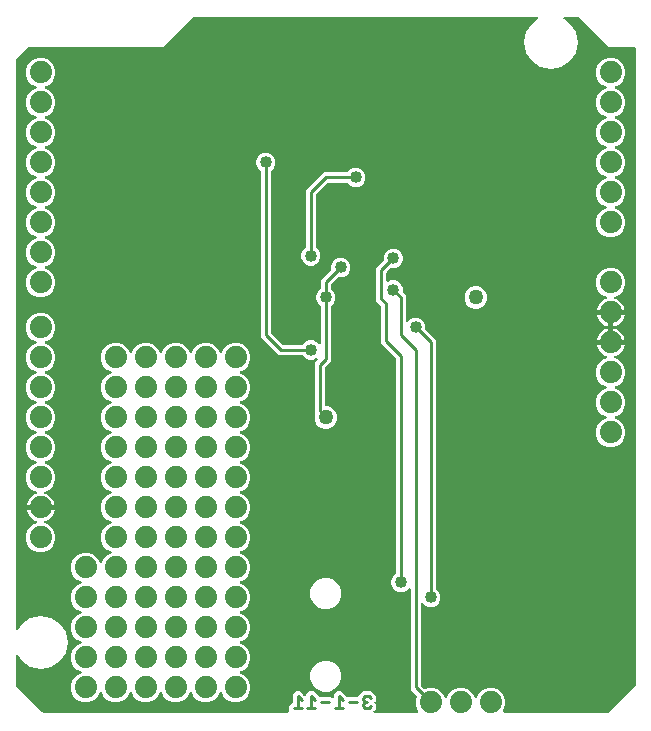
<source format=gbr>
G04 EAGLE Gerber RS-274X export*
G75*
%MOMM*%
%FSLAX34Y34*%
%LPD*%
%INBottom Copper*%
%IPPOS*%
%AMOC8*
5,1,8,0,0,1.08239X$1,22.5*%
G01*
%ADD10C,0.254000*%
%ADD11C,1.879600*%
%ADD12C,1.270000*%
%ADD13C,1.016000*%
%ADD14C,1.108000*%

G36*
X234577Y4069D02*
X234577Y4069D01*
X234606Y4066D01*
X234717Y4089D01*
X234829Y4105D01*
X234856Y4117D01*
X234885Y4122D01*
X234985Y4174D01*
X235089Y4221D01*
X235111Y4240D01*
X235137Y4253D01*
X235219Y4331D01*
X235306Y4404D01*
X235322Y4429D01*
X235343Y4449D01*
X235400Y4547D01*
X235463Y4641D01*
X235472Y4669D01*
X235487Y4694D01*
X235515Y4804D01*
X235549Y4912D01*
X235550Y4941D01*
X235557Y4970D01*
X235553Y5083D01*
X235556Y5196D01*
X235549Y5225D01*
X235548Y5254D01*
X235513Y5362D01*
X235484Y5471D01*
X235469Y5497D01*
X235460Y5525D01*
X235415Y5588D01*
X235339Y5716D01*
X235294Y5759D01*
X235266Y5798D01*
X235232Y5831D01*
X235232Y9409D01*
X237785Y11962D01*
X237805Y11967D01*
X237888Y11979D01*
X237941Y12002D01*
X237998Y12017D01*
X238070Y12060D01*
X238148Y12095D01*
X238192Y12133D01*
X238242Y12162D01*
X238300Y12224D01*
X238365Y12278D01*
X238397Y12327D01*
X238437Y12370D01*
X238475Y12445D01*
X238522Y12515D01*
X238540Y12571D01*
X238566Y12623D01*
X238578Y12691D01*
X238608Y12786D01*
X238610Y12886D01*
X238622Y12954D01*
X238622Y19578D01*
X241152Y22107D01*
X244730Y22107D01*
X247557Y19280D01*
X248583Y18254D01*
X248606Y18237D01*
X248625Y18214D01*
X248719Y18151D01*
X248810Y18083D01*
X248837Y18073D01*
X248862Y18057D01*
X248970Y18022D01*
X249076Y17982D01*
X249105Y17980D01*
X249133Y17971D01*
X249246Y17968D01*
X249359Y17959D01*
X249388Y17964D01*
X249417Y17964D01*
X249527Y17992D01*
X249638Y18014D01*
X249664Y18028D01*
X249692Y18035D01*
X249789Y18093D01*
X249890Y18145D01*
X249911Y18166D01*
X249936Y18181D01*
X250014Y18263D01*
X250096Y18341D01*
X250111Y18366D01*
X250131Y18388D01*
X250183Y18489D01*
X250240Y18586D01*
X250247Y18615D01*
X250260Y18641D01*
X250273Y18718D01*
X250310Y18862D01*
X250308Y18924D01*
X250316Y18972D01*
X250316Y19578D01*
X252846Y22107D01*
X256423Y22107D01*
X261210Y17320D01*
X261280Y17268D01*
X261344Y17208D01*
X261394Y17183D01*
X261438Y17150D01*
X261519Y17118D01*
X261597Y17079D01*
X261645Y17071D01*
X261703Y17048D01*
X261851Y17036D01*
X261928Y17023D01*
X271507Y17023D01*
X271971Y16559D01*
X271994Y16542D01*
X272013Y16519D01*
X272107Y16457D01*
X272198Y16389D01*
X272225Y16378D01*
X272250Y16362D01*
X272358Y16328D01*
X272463Y16287D01*
X272493Y16285D01*
X272521Y16276D01*
X272634Y16273D01*
X272747Y16264D01*
X272775Y16269D01*
X272805Y16269D01*
X272914Y16297D01*
X273026Y16320D01*
X273052Y16333D01*
X273080Y16341D01*
X273177Y16398D01*
X273278Y16451D01*
X273299Y16471D01*
X273324Y16486D01*
X273402Y16568D01*
X273484Y16646D01*
X273499Y16672D01*
X273519Y16693D01*
X273570Y16794D01*
X273628Y16892D01*
X273635Y16920D01*
X273648Y16946D01*
X273661Y17024D01*
X273698Y17167D01*
X273696Y17230D01*
X273704Y17277D01*
X273704Y19578D01*
X276234Y22107D01*
X279811Y22107D01*
X284598Y17320D01*
X284668Y17268D01*
X284732Y17208D01*
X284781Y17183D01*
X284826Y17150D01*
X284907Y17118D01*
X284985Y17079D01*
X285033Y17071D01*
X285091Y17048D01*
X285239Y17036D01*
X285316Y17023D01*
X292687Y17023D01*
X292745Y17031D01*
X292803Y17030D01*
X292885Y17051D01*
X292968Y17063D01*
X293022Y17087D01*
X293078Y17102D01*
X293151Y17145D01*
X293228Y17179D01*
X293272Y17217D01*
X293323Y17247D01*
X293380Y17308D01*
X293445Y17363D01*
X293477Y17411D01*
X293517Y17454D01*
X293556Y17529D01*
X293602Y17599D01*
X293620Y17655D01*
X293647Y17707D01*
X293658Y17775D01*
X293687Y17868D01*
X297927Y22107D01*
X304894Y22107D01*
X309119Y17883D01*
X309119Y14305D01*
X308236Y13422D01*
X308201Y13376D01*
X308158Y13335D01*
X308116Y13262D01*
X308065Y13195D01*
X308044Y13140D01*
X308015Y13090D01*
X307994Y13008D01*
X307964Y12929D01*
X307959Y12871D01*
X307945Y12814D01*
X307947Y12730D01*
X307940Y12646D01*
X307952Y12589D01*
X307954Y12530D01*
X307980Y12450D01*
X307996Y12367D01*
X308023Y12315D01*
X308041Y12260D01*
X308081Y12204D01*
X308127Y12115D01*
X308196Y12043D01*
X308236Y11986D01*
X309119Y11104D01*
X309119Y7526D01*
X307391Y5798D01*
X307373Y5774D01*
X307351Y5755D01*
X307288Y5661D01*
X307220Y5571D01*
X307209Y5543D01*
X307193Y5519D01*
X307159Y5411D01*
X307119Y5305D01*
X307116Y5276D01*
X307107Y5248D01*
X307104Y5134D01*
X307095Y5022D01*
X307101Y4993D01*
X307100Y4964D01*
X307129Y4854D01*
X307151Y4743D01*
X307164Y4717D01*
X307172Y4689D01*
X307230Y4591D01*
X307282Y4491D01*
X307302Y4469D01*
X307317Y4444D01*
X307400Y4367D01*
X307478Y4285D01*
X307503Y4270D01*
X307524Y4250D01*
X307625Y4198D01*
X307723Y4141D01*
X307751Y4134D01*
X307778Y4120D01*
X307855Y4107D01*
X307998Y4071D01*
X308061Y4073D01*
X308109Y4065D01*
X344185Y4065D01*
X344299Y4081D01*
X344413Y4091D01*
X344439Y4101D01*
X344467Y4105D01*
X344572Y4152D01*
X344679Y4193D01*
X344701Y4209D01*
X344726Y4221D01*
X344814Y4295D01*
X344905Y4364D01*
X344922Y4387D01*
X344943Y4404D01*
X345007Y4500D01*
X345076Y4592D01*
X345085Y4618D01*
X345101Y4641D01*
X345135Y4751D01*
X345176Y4858D01*
X345178Y4886D01*
X345186Y4912D01*
X345189Y5027D01*
X345199Y5141D01*
X345193Y5166D01*
X345194Y5196D01*
X345127Y5453D01*
X345123Y5469D01*
X343153Y10224D01*
X343153Y15176D01*
X344025Y17281D01*
X344026Y17282D01*
X344026Y17284D01*
X344060Y17415D01*
X344096Y17556D01*
X344096Y17558D01*
X344096Y17559D01*
X344092Y17700D01*
X344088Y17840D01*
X344088Y17842D01*
X344087Y17843D01*
X344045Y17976D01*
X344001Y18111D01*
X344000Y18112D01*
X344000Y18114D01*
X343991Y18126D01*
X343843Y18347D01*
X343820Y18367D01*
X343805Y18387D01*
X338581Y23611D01*
X338581Y108734D01*
X338577Y108764D01*
X338580Y108793D01*
X338557Y108904D01*
X338541Y109016D01*
X338529Y109043D01*
X338524Y109072D01*
X338471Y109172D01*
X338425Y109275D01*
X338406Y109298D01*
X338393Y109324D01*
X338315Y109406D01*
X338242Y109492D01*
X338217Y109509D01*
X338197Y109530D01*
X338099Y109587D01*
X338005Y109650D01*
X337977Y109659D01*
X337952Y109674D01*
X337842Y109701D01*
X337734Y109736D01*
X337704Y109737D01*
X337676Y109744D01*
X337563Y109740D01*
X337450Y109743D01*
X337421Y109736D01*
X337392Y109735D01*
X337284Y109700D01*
X337175Y109671D01*
X337149Y109656D01*
X337121Y109647D01*
X337058Y109602D01*
X336930Y109526D01*
X336887Y109480D01*
X336848Y109452D01*
X334805Y107409D01*
X331817Y106171D01*
X328583Y106171D01*
X325595Y107409D01*
X323309Y109695D01*
X322071Y112683D01*
X322071Y115917D01*
X323309Y118905D01*
X325584Y121180D01*
X325636Y121249D01*
X325696Y121313D01*
X325722Y121363D01*
X325755Y121407D01*
X325786Y121489D01*
X325826Y121567D01*
X325834Y121614D01*
X325856Y121673D01*
X325868Y121820D01*
X325881Y121898D01*
X325881Y303861D01*
X325869Y303947D01*
X325866Y304035D01*
X325849Y304087D01*
X325841Y304142D01*
X325806Y304222D01*
X325779Y304305D01*
X325751Y304344D01*
X325725Y304401D01*
X325629Y304515D01*
X325584Y304578D01*
X313181Y316981D01*
X313181Y348311D01*
X313169Y348397D01*
X313166Y348485D01*
X313149Y348537D01*
X313141Y348592D01*
X313106Y348672D01*
X313079Y348755D01*
X313051Y348794D01*
X313025Y348851D01*
X312929Y348965D01*
X312884Y349028D01*
X309371Y352541D01*
X309371Y380249D01*
X315424Y386302D01*
X315476Y386371D01*
X315536Y386435D01*
X315562Y386485D01*
X315595Y386529D01*
X315626Y386610D01*
X315666Y386688D01*
X315674Y386736D01*
X315696Y386794D01*
X315708Y386942D01*
X315721Y387019D01*
X315721Y390237D01*
X316959Y393225D01*
X319245Y395511D01*
X322233Y396749D01*
X325467Y396749D01*
X328455Y395511D01*
X330741Y393225D01*
X331979Y390237D01*
X331979Y387003D01*
X330741Y384015D01*
X328455Y381729D01*
X325467Y380491D01*
X322249Y380491D01*
X322163Y380479D01*
X322075Y380476D01*
X322023Y380459D01*
X321968Y380451D01*
X321888Y380416D01*
X321805Y380389D01*
X321766Y380361D01*
X321709Y380335D01*
X321595Y380239D01*
X321532Y380194D01*
X318306Y376968D01*
X318254Y376899D01*
X318194Y376835D01*
X318168Y376785D01*
X318135Y376741D01*
X318104Y376660D01*
X318064Y376582D01*
X318056Y376534D01*
X318034Y376476D01*
X318022Y376328D01*
X318009Y376251D01*
X318009Y369848D01*
X318025Y369735D01*
X318035Y369620D01*
X318045Y369594D01*
X318049Y369567D01*
X318096Y369462D01*
X318137Y369355D01*
X318153Y369333D01*
X318165Y369307D01*
X318239Y369220D01*
X318308Y369128D01*
X318331Y369112D01*
X318348Y369090D01*
X318444Y369027D01*
X318536Y368958D01*
X318562Y368948D01*
X318585Y368933D01*
X318695Y368898D01*
X318802Y368858D01*
X318830Y368855D01*
X318856Y368847D01*
X318971Y368844D01*
X319085Y368835D01*
X319110Y368841D01*
X319140Y368840D01*
X319397Y368907D01*
X319413Y368910D01*
X322233Y370079D01*
X325467Y370079D01*
X328455Y368841D01*
X330741Y366555D01*
X331979Y363567D01*
X331979Y360349D01*
X331985Y360302D01*
X331985Y360301D01*
X331986Y360300D01*
X331991Y360263D01*
X331994Y360175D01*
X332011Y360123D01*
X332019Y360068D01*
X332054Y359988D01*
X332081Y359905D01*
X332109Y359866D01*
X332135Y359809D01*
X332231Y359695D01*
X332276Y359632D01*
X334519Y357389D01*
X334519Y335766D01*
X334523Y335736D01*
X334520Y335707D01*
X334543Y335596D01*
X334559Y335484D01*
X334571Y335457D01*
X334576Y335428D01*
X334629Y335328D01*
X334675Y335225D01*
X334694Y335202D01*
X334707Y335176D01*
X334785Y335094D01*
X334858Y335008D01*
X334883Y334991D01*
X334903Y334970D01*
X335001Y334913D01*
X335095Y334850D01*
X335123Y334841D01*
X335148Y334826D01*
X335258Y334799D01*
X335366Y334764D01*
X335396Y334763D01*
X335424Y334756D01*
X335537Y334760D01*
X335650Y334757D01*
X335679Y334764D01*
X335708Y334765D01*
X335816Y334800D01*
X335925Y334829D01*
X335951Y334844D01*
X335979Y334853D01*
X336042Y334898D01*
X336170Y334974D01*
X336213Y335020D01*
X336252Y335048D01*
X338295Y337091D01*
X341283Y338329D01*
X344517Y338329D01*
X347505Y337091D01*
X349791Y334805D01*
X351029Y331817D01*
X351029Y328599D01*
X351041Y328513D01*
X351044Y328425D01*
X351061Y328373D01*
X351069Y328318D01*
X351104Y328238D01*
X351131Y328155D01*
X351159Y328116D01*
X351185Y328059D01*
X351281Y327945D01*
X351326Y327882D01*
X359919Y319289D01*
X359919Y109198D01*
X359931Y109111D01*
X359934Y109024D01*
X359951Y108971D01*
X359959Y108916D01*
X359994Y108836D01*
X360021Y108753D01*
X360049Y108714D01*
X360075Y108657D01*
X360171Y108543D01*
X360216Y108480D01*
X362491Y106205D01*
X363729Y103217D01*
X363729Y99983D01*
X362491Y96995D01*
X360205Y94709D01*
X357217Y93471D01*
X353983Y93471D01*
X350995Y94709D01*
X348952Y96752D01*
X348928Y96770D01*
X348909Y96792D01*
X348815Y96855D01*
X348725Y96923D01*
X348697Y96934D01*
X348673Y96950D01*
X348565Y96984D01*
X348459Y97024D01*
X348430Y97027D01*
X348402Y97036D01*
X348288Y97039D01*
X348176Y97048D01*
X348147Y97042D01*
X348118Y97043D01*
X348008Y97014D01*
X347897Y96992D01*
X347871Y96979D01*
X347843Y96971D01*
X347745Y96913D01*
X347645Y96861D01*
X347623Y96841D01*
X347598Y96826D01*
X347521Y96743D01*
X347439Y96665D01*
X347424Y96640D01*
X347404Y96619D01*
X347352Y96518D01*
X347295Y96420D01*
X347288Y96392D01*
X347274Y96366D01*
X347261Y96288D01*
X347225Y96145D01*
X347227Y96082D01*
X347219Y96034D01*
X347219Y27609D01*
X347231Y27523D01*
X347234Y27435D01*
X347251Y27383D01*
X347259Y27328D01*
X347294Y27248D01*
X347321Y27165D01*
X347349Y27126D01*
X347375Y27069D01*
X347471Y26955D01*
X347516Y26892D01*
X349913Y24495D01*
X349914Y24494D01*
X349915Y24493D01*
X350033Y24404D01*
X350140Y24324D01*
X350141Y24323D01*
X350143Y24322D01*
X350276Y24272D01*
X350406Y24223D01*
X350407Y24223D01*
X350409Y24222D01*
X350553Y24210D01*
X350689Y24199D01*
X350690Y24199D01*
X350692Y24199D01*
X350708Y24203D01*
X350968Y24255D01*
X350995Y24269D01*
X351019Y24275D01*
X353124Y25147D01*
X358076Y25147D01*
X362651Y23252D01*
X366152Y19751D01*
X367362Y16829D01*
X367377Y16804D01*
X367386Y16776D01*
X367449Y16681D01*
X367507Y16584D01*
X367528Y16564D01*
X367544Y16539D01*
X367631Y16466D01*
X367713Y16389D01*
X367739Y16375D01*
X367762Y16356D01*
X367865Y16310D01*
X367966Y16259D01*
X367995Y16253D01*
X368022Y16241D01*
X368134Y16225D01*
X368245Y16204D01*
X368274Y16206D01*
X368303Y16202D01*
X368415Y16218D01*
X368528Y16228D01*
X368555Y16239D01*
X368584Y16243D01*
X368688Y16289D01*
X368793Y16330D01*
X368817Y16348D01*
X368844Y16360D01*
X368930Y16433D01*
X369020Y16502D01*
X369038Y16525D01*
X369060Y16544D01*
X369102Y16611D01*
X369190Y16729D01*
X369212Y16788D01*
X369238Y16829D01*
X370448Y19751D01*
X373949Y23252D01*
X378524Y25147D01*
X383476Y25147D01*
X388051Y23252D01*
X391552Y19751D01*
X392762Y16829D01*
X392777Y16804D01*
X392786Y16776D01*
X392849Y16681D01*
X392907Y16584D01*
X392928Y16564D01*
X392944Y16539D01*
X393031Y16466D01*
X393113Y16389D01*
X393139Y16375D01*
X393162Y16356D01*
X393265Y16310D01*
X393366Y16259D01*
X393395Y16253D01*
X393422Y16241D01*
X393534Y16225D01*
X393645Y16204D01*
X393674Y16206D01*
X393703Y16202D01*
X393815Y16218D01*
X393928Y16228D01*
X393955Y16239D01*
X393984Y16243D01*
X394088Y16289D01*
X394193Y16330D01*
X394217Y16348D01*
X394244Y16360D01*
X394330Y16433D01*
X394420Y16502D01*
X394438Y16525D01*
X394460Y16544D01*
X394502Y16611D01*
X394590Y16729D01*
X394612Y16788D01*
X394638Y16829D01*
X395848Y19751D01*
X399349Y23252D01*
X403924Y25147D01*
X408876Y25147D01*
X413451Y23252D01*
X416952Y19751D01*
X418847Y15176D01*
X418847Y10224D01*
X416877Y5469D01*
X416848Y5357D01*
X416814Y5248D01*
X416813Y5220D01*
X416806Y5193D01*
X416809Y5079D01*
X416806Y4964D01*
X416813Y4937D01*
X416814Y4909D01*
X416849Y4800D01*
X416878Y4689D01*
X416892Y4665D01*
X416901Y4638D01*
X416965Y4543D01*
X417023Y4444D01*
X417044Y4425D01*
X417059Y4402D01*
X417147Y4328D01*
X417231Y4250D01*
X417255Y4237D01*
X417277Y4219D01*
X417381Y4173D01*
X417484Y4120D01*
X417508Y4116D01*
X417536Y4104D01*
X417800Y4067D01*
X417815Y4065D01*
X505896Y4065D01*
X505982Y4077D01*
X506070Y4080D01*
X506122Y4097D01*
X506177Y4105D01*
X506257Y4140D01*
X506340Y4167D01*
X506380Y4195D01*
X506437Y4221D01*
X506550Y4317D01*
X506614Y4362D01*
X529038Y26786D01*
X529090Y26856D01*
X529150Y26920D01*
X529176Y26969D01*
X529209Y27014D01*
X529240Y27095D01*
X529280Y27173D01*
X529288Y27221D01*
X529310Y27279D01*
X529322Y27427D01*
X529335Y27504D01*
X529335Y566420D01*
X529327Y566478D01*
X529329Y566536D01*
X529307Y566618D01*
X529295Y566702D01*
X529272Y566755D01*
X529257Y566811D01*
X529214Y566884D01*
X529179Y566961D01*
X529141Y567006D01*
X529112Y567056D01*
X529050Y567114D01*
X528996Y567178D01*
X528947Y567210D01*
X528904Y567250D01*
X528829Y567289D01*
X528759Y567336D01*
X528703Y567353D01*
X528651Y567380D01*
X528583Y567391D01*
X528488Y567421D01*
X528388Y567424D01*
X528320Y567435D01*
X506316Y567435D01*
X481214Y592538D01*
X481144Y592590D01*
X481080Y592650D01*
X481031Y592676D01*
X480986Y592709D01*
X480905Y592740D01*
X480827Y592780D01*
X480779Y592788D01*
X480721Y592810D01*
X480573Y592822D01*
X480496Y592835D01*
X468715Y592835D01*
X468587Y592817D01*
X468460Y592803D01*
X468447Y592797D01*
X468433Y592795D01*
X468316Y592743D01*
X468197Y592694D01*
X468186Y592685D01*
X468174Y592679D01*
X468076Y592596D01*
X467975Y592516D01*
X467967Y592504D01*
X467957Y592496D01*
X467885Y592389D01*
X467811Y592284D01*
X467807Y592271D01*
X467799Y592259D01*
X467760Y592136D01*
X467718Y592015D01*
X467718Y592001D01*
X467713Y591988D01*
X467710Y591859D01*
X467703Y591731D01*
X467706Y591718D01*
X467706Y591704D01*
X467738Y591580D01*
X467768Y591454D01*
X467774Y591442D01*
X467778Y591429D01*
X467843Y591318D01*
X467906Y591206D01*
X467915Y591197D01*
X467923Y591184D01*
X468130Y590990D01*
X468142Y590984D01*
X468151Y590976D01*
X473261Y587561D01*
X478185Y580192D01*
X479914Y571500D01*
X478185Y562808D01*
X473261Y555439D01*
X465892Y550515D01*
X457200Y548786D01*
X448508Y550515D01*
X441139Y555439D01*
X436215Y562808D01*
X434486Y571500D01*
X436215Y580192D01*
X441139Y587561D01*
X446249Y590976D01*
X446345Y591061D01*
X446443Y591145D01*
X446451Y591156D01*
X446461Y591165D01*
X446529Y591274D01*
X446601Y591381D01*
X446605Y591394D01*
X446612Y591406D01*
X446648Y591529D01*
X446687Y591652D01*
X446687Y591666D01*
X446691Y591679D01*
X446691Y591808D01*
X446694Y591936D01*
X446690Y591950D01*
X446690Y591964D01*
X446655Y592087D01*
X446622Y592211D01*
X446615Y592223D01*
X446611Y592237D01*
X446543Y592345D01*
X446477Y592456D01*
X446467Y592465D01*
X446459Y592477D01*
X446364Y592562D01*
X446270Y592650D01*
X446257Y592657D01*
X446247Y592666D01*
X446131Y592721D01*
X446016Y592780D01*
X446004Y592782D01*
X445990Y592788D01*
X445710Y592835D01*
X445696Y592833D01*
X445685Y592835D01*
X154504Y592835D01*
X154418Y592823D01*
X154330Y592820D01*
X154277Y592803D01*
X154223Y592795D01*
X154143Y592760D01*
X154060Y592733D01*
X154020Y592705D01*
X153963Y592679D01*
X153850Y592583D01*
X153786Y592538D01*
X128684Y567435D01*
X14804Y567435D01*
X14718Y567423D01*
X14630Y567420D01*
X14577Y567403D01*
X14523Y567395D01*
X14443Y567360D01*
X14360Y567333D01*
X14320Y567305D01*
X14263Y567279D01*
X14150Y567183D01*
X14086Y567138D01*
X4362Y557414D01*
X4310Y557344D01*
X4250Y557280D01*
X4224Y557231D01*
X4191Y557187D01*
X4160Y557105D01*
X4120Y557027D01*
X4112Y556979D01*
X4090Y556921D01*
X4078Y556773D01*
X4065Y556696D01*
X4065Y75015D01*
X4083Y74887D01*
X4097Y74760D01*
X4103Y74747D01*
X4105Y74733D01*
X4157Y74616D01*
X4206Y74497D01*
X4215Y74486D01*
X4221Y74474D01*
X4304Y74376D01*
X4384Y74275D01*
X4396Y74267D01*
X4404Y74257D01*
X4511Y74185D01*
X4616Y74111D01*
X4629Y74107D01*
X4641Y74099D01*
X4764Y74060D01*
X4885Y74018D01*
X4899Y74018D01*
X4912Y74013D01*
X5041Y74010D01*
X5169Y74003D01*
X5182Y74006D01*
X5196Y74006D01*
X5320Y74038D01*
X5446Y74068D01*
X5458Y74074D01*
X5471Y74078D01*
X5581Y74143D01*
X5694Y74206D01*
X5703Y74215D01*
X5716Y74223D01*
X5910Y74430D01*
X5916Y74442D01*
X5924Y74451D01*
X9339Y79561D01*
X16708Y84485D01*
X25400Y86214D01*
X34092Y84485D01*
X41461Y79561D01*
X46385Y72192D01*
X48114Y63500D01*
X46385Y54808D01*
X41461Y47439D01*
X34092Y42515D01*
X25400Y40786D01*
X16708Y42515D01*
X9339Y47439D01*
X5924Y52549D01*
X5838Y52645D01*
X5755Y52743D01*
X5744Y52751D01*
X5735Y52761D01*
X5626Y52830D01*
X5519Y52901D01*
X5506Y52905D01*
X5494Y52912D01*
X5371Y52948D01*
X5248Y52987D01*
X5234Y52987D01*
X5221Y52991D01*
X5092Y52991D01*
X4964Y52994D01*
X4950Y52990D01*
X4936Y52990D01*
X4813Y52955D01*
X4689Y52922D01*
X4677Y52915D01*
X4663Y52911D01*
X4555Y52843D01*
X4444Y52777D01*
X4435Y52767D01*
X4423Y52759D01*
X4338Y52664D01*
X4250Y52570D01*
X4243Y52557D01*
X4234Y52547D01*
X4179Y52431D01*
X4120Y52316D01*
X4118Y52304D01*
X4112Y52290D01*
X4065Y52010D01*
X4067Y51996D01*
X4065Y51985D01*
X4065Y27504D01*
X4077Y27418D01*
X4080Y27330D01*
X4097Y27278D01*
X4105Y27223D01*
X4140Y27143D01*
X4167Y27060D01*
X4195Y27020D01*
X4221Y26963D01*
X4317Y26850D01*
X4362Y26786D01*
X26786Y4362D01*
X26856Y4310D01*
X26920Y4250D01*
X26969Y4224D01*
X27014Y4191D01*
X27095Y4160D01*
X27173Y4120D01*
X27221Y4112D01*
X27279Y4090D01*
X27427Y4078D01*
X27504Y4065D01*
X234548Y4065D01*
X234577Y4069D01*
G37*
%LPC*%
G36*
X61024Y12953D02*
X61024Y12953D01*
X56449Y14848D01*
X52948Y18349D01*
X51053Y22924D01*
X51053Y27876D01*
X52948Y32451D01*
X56449Y35952D01*
X59371Y37162D01*
X59396Y37177D01*
X59424Y37186D01*
X59519Y37249D01*
X59616Y37307D01*
X59636Y37328D01*
X59661Y37344D01*
X59734Y37431D01*
X59811Y37513D01*
X59825Y37539D01*
X59844Y37562D01*
X59890Y37665D01*
X59941Y37766D01*
X59947Y37795D01*
X59959Y37822D01*
X59975Y37934D01*
X59996Y38045D01*
X59994Y38074D01*
X59998Y38103D01*
X59982Y38215D01*
X59972Y38328D01*
X59961Y38355D01*
X59957Y38385D01*
X59911Y38488D01*
X59870Y38593D01*
X59852Y38617D01*
X59840Y38644D01*
X59767Y38730D01*
X59698Y38820D01*
X59675Y38838D01*
X59656Y38860D01*
X59589Y38902D01*
X59471Y38990D01*
X59412Y39012D01*
X59371Y39038D01*
X56449Y40248D01*
X52948Y43749D01*
X51053Y48324D01*
X51053Y53276D01*
X52948Y57851D01*
X56449Y61352D01*
X59371Y62562D01*
X59396Y62577D01*
X59424Y62586D01*
X59519Y62649D01*
X59616Y62707D01*
X59636Y62728D01*
X59661Y62744D01*
X59734Y62831D01*
X59811Y62913D01*
X59825Y62939D01*
X59844Y62962D01*
X59890Y63065D01*
X59941Y63166D01*
X59947Y63195D01*
X59959Y63222D01*
X59975Y63334D01*
X59996Y63445D01*
X59994Y63474D01*
X59998Y63503D01*
X59982Y63615D01*
X59972Y63728D01*
X59961Y63755D01*
X59957Y63785D01*
X59911Y63888D01*
X59870Y63993D01*
X59852Y64017D01*
X59840Y64044D01*
X59767Y64130D01*
X59698Y64220D01*
X59675Y64238D01*
X59656Y64260D01*
X59589Y64302D01*
X59471Y64390D01*
X59412Y64412D01*
X59371Y64438D01*
X56449Y65648D01*
X52948Y69149D01*
X51053Y73724D01*
X51053Y78676D01*
X52948Y83251D01*
X56449Y86752D01*
X59371Y87962D01*
X59396Y87977D01*
X59424Y87986D01*
X59519Y88049D01*
X59616Y88107D01*
X59636Y88128D01*
X59661Y88144D01*
X59734Y88231D01*
X59811Y88313D01*
X59825Y88339D01*
X59844Y88362D01*
X59890Y88465D01*
X59941Y88566D01*
X59947Y88595D01*
X59959Y88622D01*
X59975Y88734D01*
X59996Y88845D01*
X59994Y88874D01*
X59998Y88903D01*
X59982Y89015D01*
X59972Y89128D01*
X59961Y89155D01*
X59957Y89185D01*
X59911Y89288D01*
X59870Y89393D01*
X59852Y89417D01*
X59840Y89444D01*
X59767Y89530D01*
X59698Y89620D01*
X59675Y89638D01*
X59656Y89660D01*
X59589Y89702D01*
X59471Y89790D01*
X59412Y89812D01*
X59371Y89838D01*
X56449Y91048D01*
X52948Y94549D01*
X51053Y99124D01*
X51053Y104076D01*
X52948Y108651D01*
X56449Y112152D01*
X59371Y113362D01*
X59396Y113377D01*
X59424Y113386D01*
X59519Y113449D01*
X59616Y113507D01*
X59636Y113528D01*
X59661Y113544D01*
X59734Y113631D01*
X59811Y113713D01*
X59825Y113739D01*
X59844Y113762D01*
X59890Y113865D01*
X59941Y113966D01*
X59947Y113995D01*
X59959Y114022D01*
X59975Y114134D01*
X59996Y114245D01*
X59994Y114274D01*
X59998Y114303D01*
X59982Y114415D01*
X59972Y114528D01*
X59961Y114555D01*
X59957Y114585D01*
X59911Y114688D01*
X59870Y114793D01*
X59852Y114817D01*
X59840Y114844D01*
X59767Y114930D01*
X59698Y115020D01*
X59675Y115038D01*
X59656Y115060D01*
X59589Y115102D01*
X59471Y115190D01*
X59412Y115212D01*
X59371Y115238D01*
X56449Y116448D01*
X52948Y119949D01*
X51053Y124524D01*
X51053Y129476D01*
X52948Y134051D01*
X56449Y137552D01*
X61024Y139447D01*
X65976Y139447D01*
X70551Y137552D01*
X74052Y134051D01*
X75262Y131129D01*
X75277Y131104D01*
X75286Y131076D01*
X75349Y130981D01*
X75407Y130884D01*
X75428Y130864D01*
X75444Y130839D01*
X75531Y130766D01*
X75613Y130689D01*
X75639Y130675D01*
X75662Y130656D01*
X75765Y130610D01*
X75866Y130559D01*
X75895Y130553D01*
X75922Y130541D01*
X76034Y130525D01*
X76145Y130504D01*
X76174Y130506D01*
X76203Y130502D01*
X76315Y130518D01*
X76428Y130528D01*
X76455Y130539D01*
X76484Y130543D01*
X76588Y130589D01*
X76693Y130630D01*
X76717Y130648D01*
X76744Y130660D01*
X76830Y130733D01*
X76920Y130802D01*
X76938Y130825D01*
X76960Y130844D01*
X77002Y130911D01*
X77090Y131029D01*
X77112Y131088D01*
X77138Y131129D01*
X78348Y134051D01*
X81849Y137552D01*
X84771Y138762D01*
X84796Y138777D01*
X84824Y138786D01*
X84919Y138849D01*
X85016Y138907D01*
X85036Y138928D01*
X85061Y138944D01*
X85134Y139031D01*
X85211Y139113D01*
X85225Y139139D01*
X85244Y139162D01*
X85290Y139265D01*
X85341Y139366D01*
X85347Y139395D01*
X85359Y139422D01*
X85375Y139534D01*
X85396Y139645D01*
X85394Y139674D01*
X85398Y139703D01*
X85382Y139815D01*
X85372Y139928D01*
X85361Y139955D01*
X85357Y139985D01*
X85311Y140088D01*
X85270Y140193D01*
X85252Y140217D01*
X85240Y140244D01*
X85167Y140330D01*
X85098Y140420D01*
X85075Y140438D01*
X85056Y140460D01*
X84989Y140502D01*
X84871Y140590D01*
X84812Y140612D01*
X84771Y140638D01*
X81849Y141848D01*
X78348Y145349D01*
X76453Y149924D01*
X76453Y154876D01*
X78348Y159451D01*
X81849Y162952D01*
X84771Y164162D01*
X84796Y164177D01*
X84824Y164186D01*
X84919Y164249D01*
X85016Y164307D01*
X85036Y164328D01*
X85061Y164344D01*
X85134Y164431D01*
X85211Y164513D01*
X85225Y164539D01*
X85244Y164562D01*
X85290Y164665D01*
X85341Y164766D01*
X85347Y164795D01*
X85359Y164822D01*
X85375Y164934D01*
X85396Y165045D01*
X85394Y165074D01*
X85398Y165103D01*
X85382Y165215D01*
X85372Y165328D01*
X85361Y165355D01*
X85357Y165385D01*
X85311Y165488D01*
X85270Y165593D01*
X85252Y165617D01*
X85240Y165644D01*
X85167Y165730D01*
X85098Y165820D01*
X85075Y165838D01*
X85056Y165860D01*
X84989Y165902D01*
X84871Y165990D01*
X84812Y166012D01*
X84771Y166038D01*
X81849Y167248D01*
X78348Y170749D01*
X76453Y175324D01*
X76453Y180276D01*
X78348Y184851D01*
X81849Y188352D01*
X84771Y189562D01*
X84796Y189577D01*
X84824Y189586D01*
X84919Y189649D01*
X85016Y189707D01*
X85036Y189728D01*
X85061Y189744D01*
X85133Y189831D01*
X85211Y189913D01*
X85225Y189939D01*
X85243Y189962D01*
X85289Y190065D01*
X85341Y190166D01*
X85347Y190195D01*
X85359Y190222D01*
X85375Y190334D01*
X85396Y190445D01*
X85394Y190474D01*
X85398Y190503D01*
X85382Y190615D01*
X85372Y190728D01*
X85361Y190755D01*
X85357Y190784D01*
X85311Y190888D01*
X85270Y190993D01*
X85252Y191017D01*
X85240Y191044D01*
X85167Y191130D01*
X85098Y191220D01*
X85075Y191238D01*
X85056Y191260D01*
X84989Y191302D01*
X84871Y191390D01*
X84812Y191412D01*
X84771Y191438D01*
X81849Y192648D01*
X78348Y196149D01*
X76453Y200724D01*
X76453Y205676D01*
X78348Y210251D01*
X81849Y213752D01*
X84771Y214962D01*
X84796Y214977D01*
X84824Y214986D01*
X84919Y215049D01*
X85016Y215107D01*
X85036Y215128D01*
X85061Y215144D01*
X85134Y215231D01*
X85211Y215313D01*
X85225Y215339D01*
X85244Y215362D01*
X85290Y215465D01*
X85341Y215566D01*
X85347Y215595D01*
X85359Y215622D01*
X85375Y215734D01*
X85396Y215845D01*
X85394Y215874D01*
X85398Y215903D01*
X85382Y216015D01*
X85372Y216128D01*
X85361Y216155D01*
X85357Y216185D01*
X85311Y216288D01*
X85270Y216393D01*
X85252Y216417D01*
X85240Y216444D01*
X85167Y216530D01*
X85098Y216620D01*
X85075Y216638D01*
X85056Y216660D01*
X84989Y216702D01*
X84871Y216790D01*
X84812Y216812D01*
X84771Y216838D01*
X81849Y218048D01*
X78348Y221549D01*
X76453Y226124D01*
X76453Y231076D01*
X78348Y235651D01*
X81849Y239152D01*
X84771Y240362D01*
X84796Y240377D01*
X84824Y240386D01*
X84919Y240449D01*
X85016Y240507D01*
X85036Y240528D01*
X85061Y240544D01*
X85134Y240631D01*
X85211Y240713D01*
X85225Y240739D01*
X85244Y240762D01*
X85290Y240865D01*
X85341Y240966D01*
X85347Y240995D01*
X85359Y241022D01*
X85375Y241134D01*
X85396Y241245D01*
X85394Y241274D01*
X85398Y241303D01*
X85382Y241415D01*
X85372Y241528D01*
X85361Y241555D01*
X85357Y241585D01*
X85311Y241688D01*
X85270Y241793D01*
X85252Y241817D01*
X85240Y241844D01*
X85167Y241930D01*
X85098Y242020D01*
X85075Y242038D01*
X85056Y242060D01*
X84989Y242102D01*
X84871Y242190D01*
X84812Y242212D01*
X84771Y242238D01*
X81849Y243448D01*
X78348Y246949D01*
X76453Y251524D01*
X76453Y256476D01*
X78348Y261051D01*
X81849Y264552D01*
X84771Y265762D01*
X84796Y265777D01*
X84824Y265786D01*
X84919Y265849D01*
X85016Y265907D01*
X85036Y265928D01*
X85061Y265944D01*
X85133Y266031D01*
X85211Y266113D01*
X85225Y266139D01*
X85243Y266162D01*
X85289Y266265D01*
X85341Y266366D01*
X85347Y266395D01*
X85359Y266422D01*
X85375Y266534D01*
X85396Y266645D01*
X85394Y266674D01*
X85398Y266703D01*
X85382Y266815D01*
X85372Y266928D01*
X85361Y266955D01*
X85357Y266984D01*
X85311Y267088D01*
X85270Y267193D01*
X85252Y267217D01*
X85240Y267244D01*
X85167Y267330D01*
X85098Y267420D01*
X85075Y267438D01*
X85056Y267460D01*
X84989Y267502D01*
X84871Y267590D01*
X84812Y267612D01*
X84771Y267638D01*
X81849Y268848D01*
X78348Y272349D01*
X76453Y276924D01*
X76453Y281876D01*
X78348Y286451D01*
X81849Y289952D01*
X84771Y291162D01*
X84796Y291177D01*
X84824Y291186D01*
X84919Y291249D01*
X85016Y291307D01*
X85036Y291328D01*
X85061Y291344D01*
X85133Y291431D01*
X85211Y291513D01*
X85225Y291539D01*
X85243Y291562D01*
X85289Y291665D01*
X85341Y291766D01*
X85347Y291795D01*
X85359Y291822D01*
X85375Y291934D01*
X85396Y292045D01*
X85394Y292074D01*
X85398Y292103D01*
X85382Y292215D01*
X85372Y292328D01*
X85361Y292355D01*
X85357Y292384D01*
X85311Y292488D01*
X85270Y292593D01*
X85252Y292617D01*
X85240Y292644D01*
X85167Y292730D01*
X85098Y292820D01*
X85075Y292838D01*
X85056Y292860D01*
X84989Y292902D01*
X84871Y292990D01*
X84812Y293012D01*
X84771Y293038D01*
X81849Y294248D01*
X78348Y297749D01*
X76453Y302324D01*
X76453Y307276D01*
X78348Y311851D01*
X81849Y315352D01*
X86424Y317247D01*
X91376Y317247D01*
X95951Y315352D01*
X99452Y311851D01*
X100662Y308929D01*
X100677Y308904D01*
X100686Y308876D01*
X100749Y308781D01*
X100807Y308684D01*
X100828Y308664D01*
X100844Y308639D01*
X100931Y308566D01*
X101013Y308489D01*
X101039Y308475D01*
X101062Y308456D01*
X101165Y308410D01*
X101266Y308359D01*
X101295Y308353D01*
X101322Y308341D01*
X101434Y308325D01*
X101545Y308304D01*
X101574Y308306D01*
X101603Y308302D01*
X101715Y308318D01*
X101828Y308328D01*
X101855Y308339D01*
X101885Y308343D01*
X101988Y308389D01*
X102093Y308430D01*
X102117Y308448D01*
X102144Y308460D01*
X102230Y308533D01*
X102320Y308602D01*
X102338Y308625D01*
X102360Y308644D01*
X102402Y308711D01*
X102490Y308829D01*
X102512Y308888D01*
X102538Y308929D01*
X103748Y311851D01*
X107249Y315352D01*
X111824Y317247D01*
X116776Y317247D01*
X121351Y315352D01*
X124852Y311851D01*
X126062Y308929D01*
X126077Y308904D01*
X126086Y308876D01*
X126149Y308781D01*
X126207Y308684D01*
X126228Y308664D01*
X126244Y308639D01*
X126331Y308566D01*
X126413Y308489D01*
X126439Y308475D01*
X126462Y308456D01*
X126565Y308410D01*
X126666Y308359D01*
X126695Y308353D01*
X126722Y308341D01*
X126834Y308325D01*
X126945Y308304D01*
X126974Y308306D01*
X127003Y308302D01*
X127115Y308318D01*
X127228Y308328D01*
X127255Y308339D01*
X127285Y308343D01*
X127388Y308389D01*
X127493Y308430D01*
X127517Y308448D01*
X127544Y308460D01*
X127630Y308533D01*
X127720Y308602D01*
X127738Y308625D01*
X127760Y308644D01*
X127802Y308711D01*
X127890Y308829D01*
X127912Y308888D01*
X127938Y308929D01*
X129148Y311851D01*
X132649Y315352D01*
X137224Y317247D01*
X142176Y317247D01*
X146751Y315352D01*
X150252Y311851D01*
X151462Y308929D01*
X151477Y308904D01*
X151486Y308876D01*
X151549Y308781D01*
X151607Y308684D01*
X151628Y308664D01*
X151644Y308639D01*
X151731Y308566D01*
X151813Y308489D01*
X151839Y308475D01*
X151862Y308456D01*
X151965Y308410D01*
X152066Y308359D01*
X152095Y308353D01*
X152122Y308341D01*
X152234Y308325D01*
X152345Y308304D01*
X152374Y308306D01*
X152403Y308302D01*
X152515Y308318D01*
X152628Y308328D01*
X152655Y308339D01*
X152685Y308343D01*
X152788Y308389D01*
X152893Y308430D01*
X152917Y308448D01*
X152944Y308460D01*
X153030Y308533D01*
X153120Y308602D01*
X153138Y308625D01*
X153160Y308644D01*
X153202Y308711D01*
X153290Y308829D01*
X153312Y308888D01*
X153338Y308929D01*
X154548Y311851D01*
X158049Y315352D01*
X162624Y317247D01*
X167576Y317247D01*
X172151Y315352D01*
X175652Y311851D01*
X176862Y308929D01*
X176877Y308904D01*
X176886Y308876D01*
X176949Y308781D01*
X177007Y308684D01*
X177028Y308664D01*
X177044Y308639D01*
X177131Y308566D01*
X177213Y308489D01*
X177239Y308475D01*
X177262Y308456D01*
X177365Y308410D01*
X177466Y308359D01*
X177495Y308353D01*
X177522Y308341D01*
X177634Y308325D01*
X177745Y308304D01*
X177774Y308306D01*
X177803Y308302D01*
X177915Y308318D01*
X178028Y308328D01*
X178055Y308339D01*
X178085Y308343D01*
X178188Y308389D01*
X178293Y308430D01*
X178317Y308448D01*
X178344Y308460D01*
X178430Y308533D01*
X178520Y308602D01*
X178538Y308625D01*
X178560Y308644D01*
X178602Y308711D01*
X178690Y308829D01*
X178712Y308888D01*
X178738Y308929D01*
X179948Y311851D01*
X183449Y315352D01*
X188024Y317247D01*
X192976Y317247D01*
X197551Y315352D01*
X201052Y311851D01*
X202947Y307276D01*
X202947Y302324D01*
X201052Y297749D01*
X197551Y294248D01*
X194629Y293038D01*
X194604Y293023D01*
X194576Y293014D01*
X194481Y292951D01*
X194384Y292893D01*
X194364Y292872D01*
X194339Y292856D01*
X194266Y292769D01*
X194189Y292687D01*
X194175Y292661D01*
X194156Y292638D01*
X194110Y292535D01*
X194059Y292434D01*
X194053Y292405D01*
X194041Y292378D01*
X194025Y292266D01*
X194004Y292155D01*
X194006Y292126D01*
X194002Y292097D01*
X194018Y291985D01*
X194028Y291872D01*
X194039Y291845D01*
X194043Y291815D01*
X194089Y291712D01*
X194130Y291607D01*
X194148Y291583D01*
X194160Y291556D01*
X194233Y291470D01*
X194302Y291380D01*
X194325Y291362D01*
X194344Y291340D01*
X194411Y291298D01*
X194529Y291210D01*
X194588Y291188D01*
X194629Y291162D01*
X197551Y289952D01*
X201052Y286451D01*
X202947Y281876D01*
X202947Y276924D01*
X201052Y272349D01*
X197551Y268848D01*
X194629Y267638D01*
X194604Y267623D01*
X194576Y267614D01*
X194481Y267551D01*
X194384Y267493D01*
X194364Y267472D01*
X194339Y267456D01*
X194266Y267369D01*
X194189Y267287D01*
X194175Y267261D01*
X194156Y267238D01*
X194110Y267135D01*
X194059Y267034D01*
X194053Y267005D01*
X194041Y266978D01*
X194025Y266866D01*
X194004Y266755D01*
X194006Y266726D01*
X194002Y266697D01*
X194018Y266585D01*
X194028Y266472D01*
X194039Y266445D01*
X194043Y266415D01*
X194089Y266312D01*
X194130Y266207D01*
X194148Y266183D01*
X194160Y266156D01*
X194233Y266070D01*
X194302Y265980D01*
X194325Y265962D01*
X194344Y265940D01*
X194411Y265898D01*
X194529Y265810D01*
X194588Y265788D01*
X194629Y265762D01*
X197551Y264552D01*
X201052Y261051D01*
X202947Y256476D01*
X202947Y251524D01*
X201052Y246949D01*
X197551Y243448D01*
X194629Y242238D01*
X194604Y242223D01*
X194576Y242214D01*
X194481Y242151D01*
X194384Y242093D01*
X194364Y242072D01*
X194339Y242056D01*
X194267Y241969D01*
X194189Y241887D01*
X194175Y241861D01*
X194157Y241838D01*
X194111Y241735D01*
X194059Y241634D01*
X194053Y241605D01*
X194041Y241578D01*
X194025Y241466D01*
X194004Y241355D01*
X194006Y241326D01*
X194002Y241297D01*
X194018Y241185D01*
X194028Y241072D01*
X194039Y241045D01*
X194043Y241016D01*
X194089Y240912D01*
X194130Y240807D01*
X194148Y240783D01*
X194160Y240756D01*
X194233Y240670D01*
X194302Y240580D01*
X194325Y240562D01*
X194344Y240540D01*
X194411Y240498D01*
X194529Y240410D01*
X194588Y240388D01*
X194629Y240362D01*
X197551Y239152D01*
X201052Y235651D01*
X202947Y231076D01*
X202947Y226124D01*
X201052Y221549D01*
X197551Y218048D01*
X194629Y216838D01*
X194604Y216823D01*
X194576Y216814D01*
X194481Y216751D01*
X194384Y216693D01*
X194364Y216672D01*
X194339Y216656D01*
X194266Y216569D01*
X194189Y216487D01*
X194175Y216461D01*
X194156Y216438D01*
X194110Y216335D01*
X194059Y216234D01*
X194053Y216205D01*
X194041Y216178D01*
X194025Y216066D01*
X194004Y215955D01*
X194006Y215926D01*
X194002Y215897D01*
X194018Y215785D01*
X194028Y215672D01*
X194039Y215645D01*
X194043Y215615D01*
X194089Y215512D01*
X194130Y215407D01*
X194148Y215383D01*
X194160Y215356D01*
X194233Y215270D01*
X194302Y215180D01*
X194325Y215162D01*
X194344Y215140D01*
X194411Y215098D01*
X194529Y215010D01*
X194588Y214988D01*
X194629Y214962D01*
X197551Y213752D01*
X201052Y210251D01*
X202947Y205676D01*
X202947Y200724D01*
X201052Y196149D01*
X197551Y192648D01*
X194629Y191438D01*
X194604Y191423D01*
X194576Y191414D01*
X194481Y191351D01*
X194384Y191293D01*
X194364Y191272D01*
X194339Y191256D01*
X194266Y191169D01*
X194189Y191087D01*
X194175Y191061D01*
X194156Y191038D01*
X194110Y190935D01*
X194059Y190834D01*
X194053Y190805D01*
X194041Y190778D01*
X194025Y190666D01*
X194004Y190555D01*
X194006Y190526D01*
X194002Y190497D01*
X194018Y190385D01*
X194028Y190272D01*
X194039Y190245D01*
X194043Y190216D01*
X194089Y190112D01*
X194130Y190007D01*
X194148Y189983D01*
X194160Y189956D01*
X194233Y189870D01*
X194302Y189780D01*
X194325Y189762D01*
X194344Y189740D01*
X194411Y189698D01*
X194529Y189610D01*
X194588Y189588D01*
X194629Y189562D01*
X197551Y188352D01*
X201052Y184851D01*
X202947Y180276D01*
X202947Y175324D01*
X201052Y170749D01*
X197551Y167248D01*
X194629Y166038D01*
X194604Y166023D01*
X194576Y166014D01*
X194481Y165951D01*
X194384Y165893D01*
X194364Y165872D01*
X194339Y165856D01*
X194266Y165769D01*
X194189Y165687D01*
X194175Y165661D01*
X194156Y165638D01*
X194110Y165535D01*
X194059Y165434D01*
X194053Y165405D01*
X194041Y165378D01*
X194025Y165266D01*
X194004Y165155D01*
X194006Y165126D01*
X194002Y165097D01*
X194018Y164985D01*
X194028Y164872D01*
X194039Y164845D01*
X194043Y164816D01*
X194089Y164712D01*
X194130Y164607D01*
X194148Y164583D01*
X194160Y164556D01*
X194233Y164470D01*
X194302Y164380D01*
X194325Y164362D01*
X194344Y164340D01*
X194411Y164298D01*
X194529Y164210D01*
X194588Y164188D01*
X194629Y164162D01*
X197551Y162952D01*
X201052Y159451D01*
X202947Y154876D01*
X202947Y149924D01*
X201052Y145349D01*
X197551Y141848D01*
X194629Y140638D01*
X194604Y140623D01*
X194576Y140614D01*
X194481Y140551D01*
X194384Y140493D01*
X194364Y140472D01*
X194339Y140456D01*
X194267Y140369D01*
X194189Y140287D01*
X194175Y140261D01*
X194157Y140238D01*
X194111Y140135D01*
X194059Y140034D01*
X194053Y140005D01*
X194041Y139978D01*
X194025Y139866D01*
X194004Y139755D01*
X194006Y139726D01*
X194002Y139697D01*
X194018Y139585D01*
X194028Y139472D01*
X194039Y139445D01*
X194043Y139416D01*
X194089Y139312D01*
X194130Y139207D01*
X194148Y139183D01*
X194160Y139156D01*
X194233Y139070D01*
X194302Y138980D01*
X194325Y138962D01*
X194344Y138940D01*
X194411Y138898D01*
X194529Y138810D01*
X194588Y138788D01*
X194629Y138762D01*
X197551Y137552D01*
X201052Y134051D01*
X202947Y129476D01*
X202947Y124524D01*
X201052Y119949D01*
X197551Y116448D01*
X194629Y115238D01*
X194604Y115223D01*
X194576Y115214D01*
X194481Y115151D01*
X194384Y115093D01*
X194364Y115072D01*
X194339Y115056D01*
X194267Y114969D01*
X194189Y114887D01*
X194175Y114861D01*
X194157Y114838D01*
X194111Y114735D01*
X194059Y114634D01*
X194053Y114605D01*
X194041Y114578D01*
X194025Y114466D01*
X194004Y114355D01*
X194006Y114326D01*
X194002Y114297D01*
X194018Y114185D01*
X194028Y114072D01*
X194039Y114045D01*
X194043Y114016D01*
X194089Y113912D01*
X194130Y113807D01*
X194148Y113783D01*
X194160Y113756D01*
X194233Y113670D01*
X194302Y113580D01*
X194325Y113562D01*
X194344Y113540D01*
X194411Y113498D01*
X194529Y113410D01*
X194588Y113388D01*
X194629Y113362D01*
X197551Y112152D01*
X201052Y108651D01*
X202947Y104076D01*
X202947Y99124D01*
X201052Y94549D01*
X197551Y91048D01*
X194629Y89838D01*
X194604Y89823D01*
X194576Y89814D01*
X194481Y89751D01*
X194384Y89693D01*
X194364Y89672D01*
X194339Y89656D01*
X194267Y89569D01*
X194189Y89487D01*
X194175Y89461D01*
X194157Y89438D01*
X194111Y89335D01*
X194059Y89234D01*
X194053Y89205D01*
X194041Y89178D01*
X194025Y89066D01*
X194004Y88955D01*
X194006Y88926D01*
X194002Y88897D01*
X194018Y88785D01*
X194028Y88672D01*
X194039Y88645D01*
X194043Y88616D01*
X194089Y88512D01*
X194130Y88407D01*
X194148Y88383D01*
X194160Y88356D01*
X194233Y88270D01*
X194302Y88180D01*
X194325Y88162D01*
X194344Y88140D01*
X194411Y88098D01*
X194529Y88010D01*
X194588Y87988D01*
X194629Y87962D01*
X197551Y86752D01*
X201052Y83251D01*
X202947Y78676D01*
X202947Y73724D01*
X201052Y69149D01*
X197551Y65648D01*
X194629Y64438D01*
X194604Y64423D01*
X194576Y64414D01*
X194481Y64351D01*
X194384Y64293D01*
X194364Y64272D01*
X194339Y64256D01*
X194267Y64169D01*
X194189Y64087D01*
X194175Y64061D01*
X194157Y64038D01*
X194111Y63935D01*
X194059Y63834D01*
X194053Y63805D01*
X194041Y63778D01*
X194025Y63666D01*
X194004Y63555D01*
X194006Y63526D01*
X194002Y63497D01*
X194018Y63385D01*
X194028Y63272D01*
X194039Y63245D01*
X194043Y63216D01*
X194089Y63112D01*
X194130Y63007D01*
X194148Y62983D01*
X194160Y62956D01*
X194233Y62870D01*
X194302Y62780D01*
X194325Y62762D01*
X194344Y62740D01*
X194411Y62698D01*
X194529Y62610D01*
X194588Y62588D01*
X194629Y62562D01*
X197551Y61352D01*
X201052Y57851D01*
X202947Y53276D01*
X202947Y48324D01*
X201052Y43749D01*
X197551Y40248D01*
X194629Y39038D01*
X194604Y39023D01*
X194576Y39014D01*
X194481Y38951D01*
X194384Y38893D01*
X194364Y38872D01*
X194339Y38856D01*
X194266Y38769D01*
X194189Y38687D01*
X194175Y38661D01*
X194156Y38638D01*
X194110Y38535D01*
X194059Y38434D01*
X194053Y38405D01*
X194041Y38378D01*
X194025Y38266D01*
X194004Y38155D01*
X194006Y38126D01*
X194002Y38097D01*
X194018Y37985D01*
X194028Y37872D01*
X194039Y37845D01*
X194043Y37815D01*
X194089Y37712D01*
X194130Y37607D01*
X194148Y37583D01*
X194160Y37556D01*
X194233Y37470D01*
X194302Y37380D01*
X194325Y37362D01*
X194344Y37340D01*
X194411Y37298D01*
X194529Y37210D01*
X194588Y37188D01*
X194629Y37162D01*
X197551Y35952D01*
X201052Y32451D01*
X202947Y27876D01*
X202947Y22924D01*
X201052Y18349D01*
X197551Y14848D01*
X192976Y12953D01*
X188024Y12953D01*
X183449Y14848D01*
X179948Y18349D01*
X178738Y21271D01*
X178723Y21296D01*
X178714Y21324D01*
X178651Y21419D01*
X178593Y21516D01*
X178572Y21536D01*
X178556Y21561D01*
X178469Y21633D01*
X178387Y21711D01*
X178361Y21725D01*
X178338Y21743D01*
X178235Y21789D01*
X178134Y21841D01*
X178105Y21847D01*
X178078Y21859D01*
X177966Y21875D01*
X177855Y21896D01*
X177826Y21894D01*
X177797Y21898D01*
X177685Y21882D01*
X177572Y21872D01*
X177545Y21861D01*
X177516Y21857D01*
X177412Y21811D01*
X177307Y21770D01*
X177283Y21752D01*
X177256Y21740D01*
X177170Y21667D01*
X177080Y21598D01*
X177062Y21575D01*
X177040Y21556D01*
X176998Y21489D01*
X176910Y21371D01*
X176888Y21312D01*
X176862Y21271D01*
X175652Y18349D01*
X172151Y14848D01*
X167576Y12953D01*
X162624Y12953D01*
X158049Y14848D01*
X154548Y18349D01*
X153338Y21271D01*
X153323Y21296D01*
X153314Y21324D01*
X153251Y21419D01*
X153193Y21516D01*
X153172Y21536D01*
X153156Y21561D01*
X153069Y21634D01*
X152987Y21711D01*
X152961Y21725D01*
X152938Y21744D01*
X152835Y21790D01*
X152734Y21841D01*
X152705Y21847D01*
X152678Y21859D01*
X152566Y21875D01*
X152455Y21896D01*
X152426Y21894D01*
X152397Y21898D01*
X152285Y21882D01*
X152172Y21872D01*
X152145Y21861D01*
X152115Y21857D01*
X152012Y21811D01*
X151907Y21770D01*
X151883Y21752D01*
X151856Y21740D01*
X151770Y21667D01*
X151680Y21598D01*
X151662Y21575D01*
X151640Y21556D01*
X151598Y21489D01*
X151510Y21371D01*
X151488Y21312D01*
X151462Y21271D01*
X150252Y18349D01*
X146751Y14848D01*
X142176Y12953D01*
X137224Y12953D01*
X132649Y14848D01*
X129148Y18349D01*
X127938Y21271D01*
X127923Y21296D01*
X127914Y21324D01*
X127851Y21419D01*
X127793Y21516D01*
X127772Y21536D01*
X127756Y21561D01*
X127669Y21634D01*
X127587Y21711D01*
X127561Y21725D01*
X127538Y21744D01*
X127435Y21790D01*
X127334Y21841D01*
X127305Y21847D01*
X127278Y21859D01*
X127166Y21875D01*
X127055Y21896D01*
X127026Y21894D01*
X126997Y21898D01*
X126885Y21882D01*
X126772Y21872D01*
X126745Y21861D01*
X126715Y21857D01*
X126612Y21811D01*
X126507Y21770D01*
X126483Y21752D01*
X126456Y21740D01*
X126370Y21667D01*
X126280Y21598D01*
X126262Y21575D01*
X126240Y21556D01*
X126198Y21489D01*
X126110Y21371D01*
X126088Y21312D01*
X126062Y21271D01*
X124852Y18349D01*
X121351Y14848D01*
X116776Y12953D01*
X111824Y12953D01*
X107249Y14848D01*
X103748Y18349D01*
X102538Y21271D01*
X102523Y21296D01*
X102514Y21324D01*
X102451Y21419D01*
X102393Y21516D01*
X102372Y21536D01*
X102356Y21561D01*
X102269Y21634D01*
X102187Y21711D01*
X102161Y21725D01*
X102138Y21744D01*
X102035Y21790D01*
X101934Y21841D01*
X101905Y21847D01*
X101878Y21859D01*
X101766Y21875D01*
X101655Y21896D01*
X101626Y21894D01*
X101597Y21898D01*
X101485Y21882D01*
X101372Y21872D01*
X101345Y21861D01*
X101315Y21857D01*
X101212Y21811D01*
X101107Y21770D01*
X101083Y21752D01*
X101056Y21740D01*
X100970Y21667D01*
X100880Y21598D01*
X100862Y21575D01*
X100840Y21556D01*
X100798Y21489D01*
X100710Y21371D01*
X100688Y21312D01*
X100662Y21271D01*
X99452Y18349D01*
X95951Y14848D01*
X91376Y12953D01*
X86424Y12953D01*
X81849Y14848D01*
X78348Y18349D01*
X77138Y21271D01*
X77123Y21296D01*
X77114Y21324D01*
X77051Y21419D01*
X76993Y21516D01*
X76972Y21536D01*
X76956Y21561D01*
X76869Y21634D01*
X76787Y21711D01*
X76761Y21725D01*
X76738Y21744D01*
X76635Y21790D01*
X76534Y21841D01*
X76505Y21847D01*
X76478Y21859D01*
X76366Y21875D01*
X76255Y21896D01*
X76226Y21894D01*
X76197Y21898D01*
X76085Y21882D01*
X75972Y21872D01*
X75945Y21861D01*
X75915Y21857D01*
X75812Y21811D01*
X75707Y21770D01*
X75683Y21752D01*
X75656Y21740D01*
X75570Y21667D01*
X75480Y21598D01*
X75462Y21575D01*
X75440Y21556D01*
X75398Y21489D01*
X75310Y21371D01*
X75288Y21312D01*
X75262Y21271D01*
X74052Y18349D01*
X70551Y14848D01*
X65976Y12953D01*
X61024Y12953D01*
G37*
%LPD*%
%LPC*%
G36*
X22924Y355853D02*
X22924Y355853D01*
X18349Y357748D01*
X14848Y361249D01*
X12953Y365824D01*
X12953Y370776D01*
X14848Y375351D01*
X18349Y378852D01*
X21271Y380062D01*
X21296Y380077D01*
X21324Y380086D01*
X21419Y380149D01*
X21516Y380207D01*
X21536Y380228D01*
X21561Y380244D01*
X21634Y380331D01*
X21711Y380413D01*
X21725Y380439D01*
X21744Y380462D01*
X21790Y380565D01*
X21841Y380666D01*
X21847Y380695D01*
X21859Y380722D01*
X21875Y380834D01*
X21896Y380945D01*
X21894Y380974D01*
X21898Y381003D01*
X21882Y381115D01*
X21872Y381228D01*
X21861Y381255D01*
X21857Y381285D01*
X21811Y381388D01*
X21770Y381493D01*
X21752Y381517D01*
X21740Y381544D01*
X21667Y381630D01*
X21598Y381720D01*
X21575Y381738D01*
X21556Y381760D01*
X21489Y381802D01*
X21371Y381890D01*
X21312Y381912D01*
X21271Y381938D01*
X18349Y383148D01*
X14848Y386649D01*
X12953Y391224D01*
X12953Y396176D01*
X14848Y400751D01*
X18349Y404252D01*
X21271Y405462D01*
X21296Y405477D01*
X21324Y405486D01*
X21419Y405549D01*
X21516Y405607D01*
X21536Y405628D01*
X21561Y405644D01*
X21634Y405731D01*
X21711Y405813D01*
X21725Y405839D01*
X21744Y405862D01*
X21790Y405965D01*
X21841Y406066D01*
X21847Y406095D01*
X21859Y406122D01*
X21875Y406234D01*
X21896Y406345D01*
X21894Y406374D01*
X21898Y406403D01*
X21882Y406515D01*
X21872Y406628D01*
X21861Y406655D01*
X21857Y406685D01*
X21811Y406788D01*
X21770Y406893D01*
X21752Y406917D01*
X21740Y406944D01*
X21667Y407030D01*
X21598Y407120D01*
X21575Y407138D01*
X21556Y407160D01*
X21489Y407202D01*
X21371Y407290D01*
X21312Y407312D01*
X21271Y407338D01*
X18349Y408548D01*
X14848Y412049D01*
X12953Y416624D01*
X12953Y421576D01*
X14848Y426151D01*
X18349Y429652D01*
X21271Y430862D01*
X21296Y430877D01*
X21324Y430886D01*
X21419Y430949D01*
X21516Y431007D01*
X21536Y431028D01*
X21561Y431044D01*
X21634Y431131D01*
X21711Y431213D01*
X21725Y431239D01*
X21744Y431262D01*
X21790Y431365D01*
X21841Y431466D01*
X21847Y431495D01*
X21859Y431522D01*
X21875Y431634D01*
X21896Y431745D01*
X21894Y431774D01*
X21898Y431803D01*
X21882Y431915D01*
X21872Y432028D01*
X21861Y432055D01*
X21857Y432085D01*
X21811Y432188D01*
X21770Y432293D01*
X21752Y432317D01*
X21740Y432344D01*
X21667Y432430D01*
X21598Y432520D01*
X21575Y432538D01*
X21556Y432560D01*
X21489Y432602D01*
X21371Y432690D01*
X21312Y432712D01*
X21271Y432738D01*
X18349Y433948D01*
X14848Y437449D01*
X12953Y442024D01*
X12953Y446976D01*
X14848Y451551D01*
X18349Y455052D01*
X21271Y456262D01*
X21296Y456277D01*
X21324Y456286D01*
X21419Y456349D01*
X21516Y456407D01*
X21536Y456428D01*
X21561Y456444D01*
X21634Y456531D01*
X21711Y456613D01*
X21725Y456639D01*
X21744Y456662D01*
X21790Y456765D01*
X21841Y456866D01*
X21847Y456895D01*
X21859Y456922D01*
X21875Y457034D01*
X21896Y457145D01*
X21894Y457174D01*
X21898Y457203D01*
X21882Y457315D01*
X21872Y457428D01*
X21861Y457455D01*
X21857Y457485D01*
X21811Y457588D01*
X21770Y457693D01*
X21752Y457717D01*
X21740Y457744D01*
X21667Y457830D01*
X21598Y457920D01*
X21575Y457938D01*
X21556Y457960D01*
X21489Y458002D01*
X21371Y458090D01*
X21312Y458112D01*
X21271Y458138D01*
X18349Y459348D01*
X14848Y462849D01*
X12953Y467424D01*
X12953Y472376D01*
X14848Y476951D01*
X18349Y480452D01*
X21271Y481662D01*
X21296Y481677D01*
X21324Y481686D01*
X21419Y481749D01*
X21516Y481807D01*
X21536Y481828D01*
X21561Y481844D01*
X21634Y481931D01*
X21711Y482013D01*
X21725Y482039D01*
X21744Y482062D01*
X21790Y482165D01*
X21841Y482266D01*
X21847Y482295D01*
X21859Y482322D01*
X21875Y482434D01*
X21896Y482545D01*
X21894Y482574D01*
X21898Y482603D01*
X21882Y482715D01*
X21872Y482828D01*
X21861Y482855D01*
X21857Y482885D01*
X21811Y482988D01*
X21770Y483093D01*
X21752Y483117D01*
X21740Y483144D01*
X21667Y483230D01*
X21598Y483320D01*
X21575Y483338D01*
X21556Y483360D01*
X21489Y483402D01*
X21371Y483490D01*
X21312Y483512D01*
X21271Y483538D01*
X18349Y484748D01*
X14848Y488249D01*
X12953Y492824D01*
X12953Y497776D01*
X14848Y502351D01*
X18349Y505852D01*
X21271Y507062D01*
X21296Y507077D01*
X21324Y507086D01*
X21419Y507149D01*
X21516Y507207D01*
X21536Y507228D01*
X21561Y507244D01*
X21634Y507331D01*
X21711Y507413D01*
X21725Y507439D01*
X21744Y507462D01*
X21790Y507565D01*
X21841Y507666D01*
X21847Y507695D01*
X21859Y507722D01*
X21875Y507834D01*
X21896Y507945D01*
X21894Y507974D01*
X21898Y508003D01*
X21882Y508115D01*
X21872Y508228D01*
X21861Y508255D01*
X21857Y508285D01*
X21811Y508388D01*
X21770Y508493D01*
X21752Y508517D01*
X21740Y508544D01*
X21667Y508630D01*
X21598Y508720D01*
X21575Y508738D01*
X21556Y508760D01*
X21489Y508802D01*
X21371Y508890D01*
X21312Y508912D01*
X21271Y508938D01*
X18349Y510148D01*
X14848Y513649D01*
X12953Y518224D01*
X12953Y523176D01*
X14848Y527751D01*
X18349Y531252D01*
X21271Y532462D01*
X21296Y532477D01*
X21324Y532486D01*
X21419Y532549D01*
X21516Y532607D01*
X21536Y532628D01*
X21561Y532644D01*
X21634Y532731D01*
X21711Y532813D01*
X21725Y532839D01*
X21744Y532862D01*
X21790Y532965D01*
X21841Y533066D01*
X21847Y533095D01*
X21859Y533122D01*
X21875Y533234D01*
X21896Y533345D01*
X21894Y533374D01*
X21898Y533403D01*
X21882Y533515D01*
X21872Y533628D01*
X21861Y533655D01*
X21857Y533685D01*
X21811Y533788D01*
X21770Y533893D01*
X21752Y533917D01*
X21740Y533944D01*
X21667Y534030D01*
X21598Y534120D01*
X21575Y534138D01*
X21556Y534160D01*
X21489Y534202D01*
X21371Y534290D01*
X21312Y534312D01*
X21271Y534338D01*
X18349Y535548D01*
X14848Y539049D01*
X12953Y543624D01*
X12953Y548576D01*
X14848Y553151D01*
X18349Y556652D01*
X22924Y558547D01*
X27876Y558547D01*
X32451Y556652D01*
X35952Y553151D01*
X37847Y548576D01*
X37847Y543624D01*
X35952Y539049D01*
X32451Y535548D01*
X29529Y534338D01*
X29504Y534323D01*
X29476Y534314D01*
X29381Y534251D01*
X29284Y534193D01*
X29264Y534172D01*
X29239Y534156D01*
X29167Y534069D01*
X29089Y533987D01*
X29075Y533961D01*
X29057Y533938D01*
X29011Y533835D01*
X28959Y533734D01*
X28953Y533705D01*
X28941Y533678D01*
X28925Y533566D01*
X28904Y533455D01*
X28906Y533426D01*
X28902Y533397D01*
X28918Y533285D01*
X28928Y533172D01*
X28939Y533145D01*
X28943Y533116D01*
X28989Y533012D01*
X29030Y532907D01*
X29048Y532883D01*
X29060Y532856D01*
X29133Y532770D01*
X29202Y532680D01*
X29225Y532662D01*
X29244Y532640D01*
X29311Y532598D01*
X29429Y532510D01*
X29488Y532488D01*
X29529Y532462D01*
X32451Y531252D01*
X35952Y527751D01*
X37847Y523176D01*
X37847Y518224D01*
X35952Y513649D01*
X32451Y510148D01*
X29529Y508938D01*
X29504Y508923D01*
X29476Y508914D01*
X29381Y508851D01*
X29284Y508793D01*
X29264Y508772D01*
X29239Y508756D01*
X29167Y508669D01*
X29089Y508587D01*
X29075Y508561D01*
X29057Y508538D01*
X29011Y508435D01*
X28959Y508334D01*
X28953Y508305D01*
X28941Y508278D01*
X28925Y508166D01*
X28904Y508055D01*
X28906Y508026D01*
X28902Y507997D01*
X28918Y507885D01*
X28928Y507772D01*
X28939Y507745D01*
X28943Y507716D01*
X28989Y507612D01*
X29030Y507507D01*
X29048Y507483D01*
X29060Y507456D01*
X29133Y507370D01*
X29202Y507280D01*
X29225Y507262D01*
X29244Y507240D01*
X29311Y507198D01*
X29429Y507110D01*
X29488Y507088D01*
X29529Y507062D01*
X32451Y505852D01*
X35952Y502351D01*
X37847Y497776D01*
X37847Y492824D01*
X35952Y488249D01*
X32451Y484748D01*
X29529Y483538D01*
X29504Y483523D01*
X29476Y483514D01*
X29381Y483451D01*
X29284Y483393D01*
X29264Y483372D01*
X29239Y483356D01*
X29167Y483269D01*
X29089Y483187D01*
X29075Y483161D01*
X29057Y483138D01*
X29011Y483035D01*
X28959Y482934D01*
X28953Y482905D01*
X28941Y482878D01*
X28925Y482766D01*
X28904Y482655D01*
X28906Y482626D01*
X28902Y482597D01*
X28918Y482485D01*
X28928Y482372D01*
X28939Y482345D01*
X28943Y482316D01*
X28989Y482212D01*
X29030Y482107D01*
X29048Y482083D01*
X29060Y482056D01*
X29133Y481970D01*
X29202Y481880D01*
X29225Y481862D01*
X29244Y481840D01*
X29311Y481798D01*
X29429Y481710D01*
X29488Y481688D01*
X29529Y481662D01*
X32451Y480452D01*
X35952Y476951D01*
X37847Y472376D01*
X37847Y467424D01*
X35952Y462849D01*
X32451Y459348D01*
X29529Y458138D01*
X29504Y458123D01*
X29476Y458114D01*
X29381Y458051D01*
X29284Y457993D01*
X29264Y457972D01*
X29239Y457956D01*
X29167Y457869D01*
X29089Y457787D01*
X29075Y457761D01*
X29057Y457738D01*
X29011Y457635D01*
X28959Y457534D01*
X28953Y457505D01*
X28941Y457478D01*
X28925Y457366D01*
X28904Y457255D01*
X28906Y457226D01*
X28902Y457197D01*
X28918Y457085D01*
X28928Y456972D01*
X28939Y456945D01*
X28943Y456916D01*
X28989Y456812D01*
X29030Y456707D01*
X29048Y456683D01*
X29060Y456656D01*
X29133Y456570D01*
X29202Y456480D01*
X29225Y456462D01*
X29244Y456440D01*
X29311Y456398D01*
X29429Y456310D01*
X29488Y456288D01*
X29529Y456262D01*
X32451Y455052D01*
X35952Y451551D01*
X37847Y446976D01*
X37847Y442024D01*
X35952Y437449D01*
X32451Y433948D01*
X29529Y432738D01*
X29504Y432723D01*
X29476Y432714D01*
X29381Y432651D01*
X29284Y432593D01*
X29264Y432572D01*
X29239Y432556D01*
X29167Y432469D01*
X29089Y432387D01*
X29075Y432361D01*
X29057Y432338D01*
X29011Y432235D01*
X28959Y432134D01*
X28953Y432105D01*
X28941Y432078D01*
X28925Y431966D01*
X28904Y431855D01*
X28906Y431826D01*
X28902Y431797D01*
X28918Y431685D01*
X28928Y431572D01*
X28939Y431545D01*
X28943Y431516D01*
X28989Y431412D01*
X29030Y431307D01*
X29048Y431283D01*
X29060Y431256D01*
X29133Y431170D01*
X29202Y431080D01*
X29225Y431062D01*
X29244Y431040D01*
X29311Y430998D01*
X29429Y430910D01*
X29488Y430888D01*
X29529Y430862D01*
X32451Y429652D01*
X35952Y426151D01*
X37847Y421576D01*
X37847Y416624D01*
X35952Y412049D01*
X32451Y408548D01*
X29529Y407338D01*
X29504Y407323D01*
X29476Y407314D01*
X29381Y407251D01*
X29284Y407193D01*
X29264Y407172D01*
X29239Y407156D01*
X29167Y407069D01*
X29089Y406987D01*
X29075Y406961D01*
X29057Y406938D01*
X29011Y406835D01*
X28959Y406734D01*
X28953Y406705D01*
X28941Y406678D01*
X28925Y406566D01*
X28904Y406455D01*
X28906Y406426D01*
X28902Y406397D01*
X28918Y406285D01*
X28928Y406172D01*
X28939Y406145D01*
X28943Y406116D01*
X28989Y406012D01*
X29030Y405907D01*
X29048Y405883D01*
X29060Y405856D01*
X29133Y405770D01*
X29202Y405680D01*
X29225Y405662D01*
X29244Y405640D01*
X29311Y405598D01*
X29429Y405510D01*
X29488Y405488D01*
X29529Y405462D01*
X32451Y404252D01*
X35952Y400751D01*
X37847Y396176D01*
X37847Y391224D01*
X35952Y386649D01*
X32451Y383148D01*
X29529Y381938D01*
X29504Y381923D01*
X29476Y381914D01*
X29381Y381851D01*
X29284Y381793D01*
X29264Y381772D01*
X29239Y381756D01*
X29167Y381669D01*
X29089Y381587D01*
X29075Y381561D01*
X29057Y381538D01*
X29011Y381435D01*
X28959Y381334D01*
X28953Y381305D01*
X28941Y381278D01*
X28925Y381166D01*
X28904Y381055D01*
X28906Y381026D01*
X28902Y380997D01*
X28918Y380885D01*
X28928Y380772D01*
X28939Y380745D01*
X28943Y380716D01*
X28989Y380612D01*
X29030Y380507D01*
X29048Y380483D01*
X29060Y380456D01*
X29133Y380370D01*
X29202Y380280D01*
X29225Y380262D01*
X29244Y380240D01*
X29311Y380198D01*
X29429Y380110D01*
X29488Y380088D01*
X29529Y380062D01*
X32451Y378852D01*
X35952Y375351D01*
X37847Y370776D01*
X37847Y365824D01*
X35952Y361249D01*
X32451Y357748D01*
X27876Y355853D01*
X22924Y355853D01*
G37*
%LPD*%
%LPC*%
G36*
X22924Y139953D02*
X22924Y139953D01*
X18349Y141848D01*
X14848Y145349D01*
X12953Y149924D01*
X12953Y154876D01*
X14848Y159451D01*
X18349Y162952D01*
X22011Y164469D01*
X22071Y164504D01*
X22135Y164530D01*
X22193Y164576D01*
X22256Y164613D01*
X22304Y164663D01*
X22358Y164706D01*
X22401Y164766D01*
X22451Y164820D01*
X22483Y164881D01*
X22523Y164938D01*
X22548Y165007D01*
X22582Y165073D01*
X22595Y165140D01*
X22618Y165206D01*
X22622Y165279D01*
X22637Y165352D01*
X22631Y165420D01*
X22635Y165489D01*
X22619Y165561D01*
X22612Y165635D01*
X22587Y165699D01*
X22572Y165767D01*
X22537Y165831D01*
X22510Y165900D01*
X22468Y165955D01*
X22435Y166016D01*
X22383Y166068D01*
X22339Y166127D01*
X22283Y166168D01*
X22234Y166217D01*
X22179Y166246D01*
X22111Y166297D01*
X22003Y166338D01*
X21937Y166372D01*
X20817Y166736D01*
X19143Y167589D01*
X17622Y168694D01*
X16294Y170022D01*
X15189Y171543D01*
X14336Y173217D01*
X13755Y175004D01*
X13634Y175769D01*
X24384Y175769D01*
X24442Y175777D01*
X24500Y175775D01*
X24582Y175797D01*
X24665Y175809D01*
X24719Y175833D01*
X24775Y175847D01*
X24848Y175890D01*
X24925Y175925D01*
X24969Y175963D01*
X25020Y175993D01*
X25077Y176054D01*
X25142Y176109D01*
X25174Y176157D01*
X25214Y176200D01*
X25253Y176275D01*
X25299Y176345D01*
X25317Y176401D01*
X25344Y176453D01*
X25355Y176521D01*
X25385Y176616D01*
X25388Y176716D01*
X25399Y176784D01*
X25399Y178816D01*
X25391Y178874D01*
X25392Y178932D01*
X25371Y179014D01*
X25359Y179097D01*
X25335Y179151D01*
X25321Y179207D01*
X25278Y179280D01*
X25243Y179357D01*
X25205Y179402D01*
X25175Y179452D01*
X25114Y179510D01*
X25059Y179574D01*
X25011Y179606D01*
X24968Y179646D01*
X24893Y179685D01*
X24823Y179731D01*
X24767Y179749D01*
X24715Y179776D01*
X24647Y179787D01*
X24552Y179817D01*
X24452Y179820D01*
X24384Y179831D01*
X13634Y179831D01*
X13755Y180596D01*
X14336Y182383D01*
X15189Y184057D01*
X16294Y185578D01*
X17622Y186906D01*
X19143Y188011D01*
X20817Y188864D01*
X21937Y189228D01*
X21999Y189258D01*
X22065Y189279D01*
X22126Y189320D01*
X22192Y189353D01*
X22243Y189399D01*
X22301Y189438D01*
X22348Y189494D01*
X22403Y189543D01*
X22439Y189602D01*
X22484Y189655D01*
X22514Y189722D01*
X22552Y189785D01*
X22571Y189852D01*
X22599Y189915D01*
X22609Y189988D01*
X22629Y190059D01*
X22629Y190128D01*
X22638Y190196D01*
X22628Y190269D01*
X22627Y190343D01*
X22607Y190410D01*
X22597Y190478D01*
X22567Y190545D01*
X22546Y190616D01*
X22509Y190674D01*
X22480Y190737D01*
X22433Y190793D01*
X22393Y190855D01*
X22341Y190901D01*
X22296Y190953D01*
X22243Y190986D01*
X22179Y191043D01*
X22075Y191092D01*
X22011Y191131D01*
X18349Y192648D01*
X14848Y196149D01*
X12953Y200724D01*
X12953Y205676D01*
X14848Y210251D01*
X18349Y213752D01*
X21271Y214962D01*
X21296Y214977D01*
X21324Y214986D01*
X21419Y215049D01*
X21516Y215107D01*
X21536Y215128D01*
X21561Y215144D01*
X21634Y215231D01*
X21711Y215313D01*
X21725Y215339D01*
X21744Y215362D01*
X21790Y215465D01*
X21841Y215566D01*
X21847Y215595D01*
X21859Y215622D01*
X21875Y215734D01*
X21896Y215845D01*
X21894Y215874D01*
X21898Y215903D01*
X21882Y216015D01*
X21872Y216128D01*
X21861Y216155D01*
X21857Y216185D01*
X21811Y216288D01*
X21770Y216393D01*
X21752Y216417D01*
X21740Y216444D01*
X21667Y216530D01*
X21598Y216620D01*
X21575Y216638D01*
X21556Y216660D01*
X21489Y216702D01*
X21371Y216790D01*
X21312Y216812D01*
X21271Y216838D01*
X18349Y218048D01*
X14848Y221549D01*
X12953Y226124D01*
X12953Y231076D01*
X14848Y235651D01*
X18349Y239152D01*
X21271Y240362D01*
X21296Y240377D01*
X21324Y240386D01*
X21419Y240449D01*
X21516Y240507D01*
X21536Y240528D01*
X21561Y240544D01*
X21634Y240631D01*
X21711Y240713D01*
X21725Y240739D01*
X21744Y240762D01*
X21790Y240865D01*
X21841Y240966D01*
X21847Y240995D01*
X21859Y241022D01*
X21875Y241134D01*
X21896Y241245D01*
X21894Y241274D01*
X21898Y241303D01*
X21882Y241415D01*
X21872Y241528D01*
X21861Y241555D01*
X21857Y241585D01*
X21811Y241688D01*
X21770Y241793D01*
X21752Y241817D01*
X21740Y241844D01*
X21667Y241930D01*
X21598Y242020D01*
X21575Y242038D01*
X21556Y242060D01*
X21489Y242102D01*
X21371Y242190D01*
X21312Y242212D01*
X21271Y242238D01*
X18349Y243448D01*
X14848Y246949D01*
X12953Y251524D01*
X12953Y256476D01*
X14848Y261051D01*
X18349Y264552D01*
X21271Y265762D01*
X21296Y265777D01*
X21324Y265786D01*
X21419Y265849D01*
X21516Y265907D01*
X21536Y265928D01*
X21561Y265944D01*
X21634Y266031D01*
X21711Y266113D01*
X21725Y266139D01*
X21744Y266162D01*
X21790Y266265D01*
X21841Y266366D01*
X21847Y266395D01*
X21859Y266422D01*
X21875Y266534D01*
X21896Y266645D01*
X21894Y266674D01*
X21898Y266703D01*
X21882Y266815D01*
X21872Y266928D01*
X21861Y266955D01*
X21857Y266985D01*
X21811Y267088D01*
X21770Y267193D01*
X21752Y267217D01*
X21740Y267244D01*
X21667Y267330D01*
X21598Y267420D01*
X21575Y267438D01*
X21556Y267460D01*
X21489Y267502D01*
X21371Y267590D01*
X21312Y267612D01*
X21271Y267638D01*
X18349Y268848D01*
X14848Y272349D01*
X12953Y276924D01*
X12953Y281876D01*
X14848Y286451D01*
X18349Y289952D01*
X21271Y291162D01*
X21296Y291177D01*
X21324Y291186D01*
X21419Y291249D01*
X21516Y291307D01*
X21536Y291328D01*
X21561Y291344D01*
X21634Y291431D01*
X21711Y291513D01*
X21725Y291539D01*
X21744Y291562D01*
X21790Y291665D01*
X21841Y291766D01*
X21847Y291795D01*
X21859Y291822D01*
X21875Y291934D01*
X21896Y292045D01*
X21894Y292074D01*
X21898Y292103D01*
X21882Y292215D01*
X21872Y292328D01*
X21861Y292355D01*
X21857Y292385D01*
X21811Y292488D01*
X21770Y292593D01*
X21752Y292617D01*
X21740Y292644D01*
X21667Y292730D01*
X21598Y292820D01*
X21575Y292838D01*
X21556Y292860D01*
X21489Y292902D01*
X21371Y292990D01*
X21312Y293012D01*
X21271Y293038D01*
X18349Y294248D01*
X14848Y297749D01*
X12953Y302324D01*
X12953Y307276D01*
X14848Y311851D01*
X18349Y315352D01*
X21271Y316562D01*
X21296Y316577D01*
X21324Y316586D01*
X21419Y316649D01*
X21516Y316707D01*
X21536Y316728D01*
X21561Y316744D01*
X21634Y316831D01*
X21711Y316913D01*
X21725Y316939D01*
X21744Y316962D01*
X21790Y317065D01*
X21841Y317166D01*
X21847Y317195D01*
X21859Y317222D01*
X21875Y317334D01*
X21896Y317445D01*
X21894Y317474D01*
X21898Y317503D01*
X21882Y317615D01*
X21872Y317728D01*
X21861Y317755D01*
X21857Y317785D01*
X21811Y317888D01*
X21770Y317993D01*
X21752Y318017D01*
X21740Y318044D01*
X21667Y318130D01*
X21598Y318220D01*
X21575Y318238D01*
X21556Y318260D01*
X21489Y318302D01*
X21371Y318390D01*
X21312Y318412D01*
X21271Y318438D01*
X18349Y319648D01*
X14848Y323149D01*
X12953Y327724D01*
X12953Y332676D01*
X14848Y337251D01*
X18349Y340752D01*
X22924Y342647D01*
X27876Y342647D01*
X32451Y340752D01*
X35952Y337251D01*
X37847Y332676D01*
X37847Y327724D01*
X35952Y323149D01*
X32451Y319648D01*
X29529Y318438D01*
X29504Y318423D01*
X29476Y318414D01*
X29381Y318351D01*
X29284Y318293D01*
X29264Y318272D01*
X29239Y318256D01*
X29167Y318169D01*
X29089Y318087D01*
X29075Y318061D01*
X29057Y318038D01*
X29011Y317935D01*
X28959Y317834D01*
X28953Y317805D01*
X28941Y317778D01*
X28925Y317666D01*
X28904Y317555D01*
X28906Y317526D01*
X28902Y317497D01*
X28918Y317385D01*
X28928Y317272D01*
X28939Y317245D01*
X28943Y317216D01*
X28989Y317112D01*
X29030Y317007D01*
X29048Y316983D01*
X29060Y316956D01*
X29133Y316870D01*
X29202Y316780D01*
X29225Y316762D01*
X29244Y316740D01*
X29311Y316698D01*
X29429Y316610D01*
X29488Y316588D01*
X29529Y316562D01*
X32451Y315352D01*
X35952Y311851D01*
X37847Y307276D01*
X37847Y302324D01*
X35952Y297749D01*
X32451Y294248D01*
X29529Y293038D01*
X29504Y293023D01*
X29476Y293014D01*
X29381Y292951D01*
X29284Y292893D01*
X29264Y292872D01*
X29239Y292856D01*
X29167Y292769D01*
X29089Y292687D01*
X29075Y292661D01*
X29057Y292638D01*
X29011Y292535D01*
X28959Y292434D01*
X28953Y292405D01*
X28941Y292378D01*
X28925Y292266D01*
X28904Y292155D01*
X28906Y292126D01*
X28902Y292097D01*
X28918Y291985D01*
X28928Y291872D01*
X28939Y291845D01*
X28943Y291816D01*
X28989Y291712D01*
X29030Y291607D01*
X29048Y291583D01*
X29060Y291556D01*
X29133Y291470D01*
X29202Y291380D01*
X29225Y291362D01*
X29244Y291340D01*
X29311Y291298D01*
X29429Y291210D01*
X29488Y291188D01*
X29529Y291162D01*
X32451Y289952D01*
X35952Y286451D01*
X37847Y281876D01*
X37847Y276924D01*
X35952Y272349D01*
X32451Y268848D01*
X29529Y267638D01*
X29504Y267623D01*
X29476Y267614D01*
X29381Y267551D01*
X29284Y267493D01*
X29264Y267472D01*
X29239Y267456D01*
X29167Y267369D01*
X29089Y267287D01*
X29075Y267261D01*
X29057Y267238D01*
X29011Y267135D01*
X28959Y267034D01*
X28953Y267005D01*
X28941Y266978D01*
X28925Y266866D01*
X28904Y266755D01*
X28906Y266726D01*
X28902Y266697D01*
X28918Y266585D01*
X28928Y266472D01*
X28939Y266445D01*
X28943Y266416D01*
X28989Y266312D01*
X29030Y266207D01*
X29048Y266183D01*
X29060Y266156D01*
X29133Y266070D01*
X29202Y265980D01*
X29225Y265962D01*
X29244Y265940D01*
X29311Y265898D01*
X29429Y265810D01*
X29488Y265788D01*
X29529Y265762D01*
X32451Y264552D01*
X35952Y261051D01*
X37847Y256476D01*
X37847Y251524D01*
X35952Y246949D01*
X32451Y243448D01*
X29529Y242238D01*
X29504Y242223D01*
X29476Y242214D01*
X29381Y242151D01*
X29284Y242093D01*
X29264Y242072D01*
X29239Y242056D01*
X29167Y241969D01*
X29089Y241887D01*
X29075Y241861D01*
X29057Y241838D01*
X29011Y241735D01*
X28959Y241634D01*
X28953Y241605D01*
X28941Y241578D01*
X28925Y241466D01*
X28904Y241355D01*
X28906Y241326D01*
X28902Y241297D01*
X28918Y241185D01*
X28928Y241072D01*
X28939Y241045D01*
X28943Y241016D01*
X28989Y240912D01*
X29030Y240807D01*
X29048Y240783D01*
X29060Y240756D01*
X29133Y240670D01*
X29202Y240580D01*
X29225Y240562D01*
X29244Y240540D01*
X29311Y240498D01*
X29429Y240410D01*
X29488Y240388D01*
X29529Y240362D01*
X32451Y239152D01*
X35952Y235651D01*
X37847Y231076D01*
X37847Y226124D01*
X35952Y221549D01*
X32451Y218048D01*
X29529Y216838D01*
X29504Y216823D01*
X29476Y216814D01*
X29381Y216751D01*
X29284Y216693D01*
X29264Y216672D01*
X29239Y216656D01*
X29167Y216569D01*
X29089Y216487D01*
X29075Y216461D01*
X29057Y216438D01*
X29011Y216335D01*
X28959Y216234D01*
X28953Y216205D01*
X28941Y216178D01*
X28925Y216066D01*
X28904Y215955D01*
X28906Y215926D01*
X28902Y215897D01*
X28918Y215785D01*
X28928Y215672D01*
X28939Y215645D01*
X28943Y215616D01*
X28989Y215512D01*
X29030Y215407D01*
X29048Y215383D01*
X29060Y215356D01*
X29133Y215270D01*
X29202Y215180D01*
X29225Y215162D01*
X29244Y215140D01*
X29311Y215098D01*
X29429Y215010D01*
X29488Y214988D01*
X29529Y214962D01*
X32451Y213752D01*
X35952Y210251D01*
X37847Y205676D01*
X37847Y200724D01*
X35952Y196149D01*
X32451Y192648D01*
X28789Y191131D01*
X28729Y191096D01*
X28665Y191070D01*
X28607Y191024D01*
X28544Y190987D01*
X28496Y190937D01*
X28442Y190894D01*
X28399Y190834D01*
X28349Y190780D01*
X28317Y190719D01*
X28277Y190662D01*
X28252Y190593D01*
X28218Y190527D01*
X28205Y190460D01*
X28182Y190394D01*
X28178Y190321D01*
X28163Y190248D01*
X28169Y190180D01*
X28165Y190111D01*
X28181Y190039D01*
X28188Y189965D01*
X28213Y189901D01*
X28228Y189833D01*
X28263Y189769D01*
X28290Y189700D01*
X28332Y189645D01*
X28365Y189584D01*
X28417Y189532D01*
X28461Y189473D01*
X28517Y189432D01*
X28566Y189383D01*
X28621Y189354D01*
X28689Y189303D01*
X28797Y189262D01*
X28863Y189228D01*
X29983Y188864D01*
X31657Y188011D01*
X33178Y186906D01*
X34506Y185578D01*
X35611Y184057D01*
X36464Y182383D01*
X37045Y180596D01*
X37166Y179831D01*
X26416Y179831D01*
X26358Y179823D01*
X26300Y179825D01*
X26218Y179803D01*
X26135Y179791D01*
X26081Y179767D01*
X26025Y179753D01*
X25952Y179710D01*
X25875Y179675D01*
X25831Y179637D01*
X25780Y179607D01*
X25723Y179546D01*
X25658Y179491D01*
X25626Y179443D01*
X25586Y179400D01*
X25547Y179325D01*
X25501Y179255D01*
X25483Y179199D01*
X25456Y179147D01*
X25445Y179079D01*
X25415Y178984D01*
X25412Y178884D01*
X25401Y178816D01*
X25401Y176784D01*
X25409Y176726D01*
X25408Y176668D01*
X25429Y176586D01*
X25441Y176503D01*
X25465Y176449D01*
X25479Y176393D01*
X25522Y176320D01*
X25557Y176243D01*
X25595Y176198D01*
X25625Y176148D01*
X25686Y176090D01*
X25741Y176026D01*
X25789Y175994D01*
X25832Y175954D01*
X25907Y175915D01*
X25977Y175869D01*
X26033Y175851D01*
X26085Y175824D01*
X26153Y175813D01*
X26248Y175783D01*
X26348Y175780D01*
X26416Y175769D01*
X37166Y175769D01*
X37045Y175004D01*
X36464Y173217D01*
X35611Y171543D01*
X34506Y170022D01*
X33178Y168694D01*
X31657Y167589D01*
X29983Y166736D01*
X28863Y166372D01*
X28801Y166342D01*
X28735Y166321D01*
X28674Y166280D01*
X28608Y166247D01*
X28557Y166201D01*
X28499Y166162D01*
X28452Y166106D01*
X28397Y166057D01*
X28361Y165998D01*
X28316Y165945D01*
X28286Y165878D01*
X28248Y165815D01*
X28229Y165748D01*
X28201Y165685D01*
X28191Y165612D01*
X28171Y165541D01*
X28171Y165472D01*
X28162Y165404D01*
X28172Y165331D01*
X28173Y165257D01*
X28193Y165190D01*
X28203Y165122D01*
X28233Y165055D01*
X28254Y164984D01*
X28291Y164926D01*
X28320Y164863D01*
X28367Y164807D01*
X28407Y164745D01*
X28459Y164699D01*
X28504Y164647D01*
X28557Y164614D01*
X28621Y164557D01*
X28725Y164508D01*
X28789Y164469D01*
X32451Y162952D01*
X35952Y159451D01*
X37847Y154876D01*
X37847Y149924D01*
X35952Y145349D01*
X32451Y141848D01*
X27876Y139953D01*
X22924Y139953D01*
G37*
%LPD*%
%LPC*%
G36*
X264830Y244601D02*
X264830Y244601D01*
X261376Y246032D01*
X258732Y248676D01*
X257301Y252130D01*
X257301Y255870D01*
X257458Y256248D01*
X257458Y256250D01*
X257459Y256251D01*
X257494Y256389D01*
X257529Y256523D01*
X257529Y256525D01*
X257529Y256527D01*
X257525Y256673D01*
X257521Y256807D01*
X257520Y256809D01*
X257520Y256811D01*
X257477Y256945D01*
X257434Y257078D01*
X257433Y257080D01*
X257433Y257081D01*
X257424Y257093D01*
X257301Y257277D01*
X257301Y300239D01*
X259633Y302571D01*
X259685Y302639D01*
X259744Y302702D01*
X259770Y302752D01*
X259804Y302798D01*
X259835Y302878D01*
X259874Y302955D01*
X259885Y303010D01*
X259905Y303064D01*
X259912Y303149D01*
X259929Y303233D01*
X259924Y303290D01*
X259929Y303347D01*
X259912Y303431D01*
X259904Y303517D01*
X259884Y303570D01*
X259873Y303626D01*
X259833Y303702D01*
X259802Y303782D01*
X259768Y303827D01*
X259742Y303878D01*
X259683Y303940D01*
X259631Y304009D01*
X259585Y304043D01*
X259546Y304084D01*
X259472Y304127D01*
X259403Y304179D01*
X259350Y304199D01*
X259301Y304228D01*
X259218Y304249D01*
X259137Y304279D01*
X259080Y304284D01*
X259025Y304298D01*
X258940Y304295D01*
X258854Y304302D01*
X258805Y304291D01*
X258741Y304289D01*
X258603Y304244D01*
X258527Y304227D01*
X255617Y303021D01*
X252383Y303021D01*
X249395Y304259D01*
X247120Y306534D01*
X247051Y306586D01*
X246987Y306646D01*
X246937Y306672D01*
X246893Y306705D01*
X246811Y306736D01*
X246733Y306776D01*
X246686Y306784D01*
X246627Y306806D01*
X246480Y306818D01*
X246402Y306831D01*
X226811Y306831D01*
X211581Y322061D01*
X211581Y462302D01*
X211569Y462389D01*
X211566Y462476D01*
X211549Y462529D01*
X211541Y462584D01*
X211506Y462664D01*
X211479Y462747D01*
X211451Y462786D01*
X211425Y462843D01*
X211329Y462957D01*
X211284Y463020D01*
X209009Y465295D01*
X207771Y468283D01*
X207771Y471517D01*
X209009Y474505D01*
X211295Y476791D01*
X214283Y478029D01*
X217517Y478029D01*
X220505Y476791D01*
X222791Y474505D01*
X224029Y471517D01*
X224029Y468283D01*
X222791Y465295D01*
X220516Y463020D01*
X220464Y462951D01*
X220404Y462887D01*
X220378Y462837D01*
X220345Y462793D01*
X220314Y462711D01*
X220274Y462633D01*
X220266Y462586D01*
X220244Y462527D01*
X220232Y462380D01*
X220219Y462302D01*
X220219Y326059D01*
X220231Y325973D01*
X220234Y325885D01*
X220251Y325833D01*
X220259Y325778D01*
X220294Y325698D01*
X220321Y325615D01*
X220349Y325576D01*
X220375Y325519D01*
X220471Y325405D01*
X220516Y325342D01*
X230092Y315766D01*
X230161Y315714D01*
X230225Y315654D01*
X230275Y315628D01*
X230319Y315595D01*
X230400Y315564D01*
X230478Y315524D01*
X230526Y315516D01*
X230584Y315494D01*
X230732Y315482D01*
X230809Y315469D01*
X246402Y315469D01*
X246489Y315481D01*
X246576Y315484D01*
X246629Y315501D01*
X246684Y315509D01*
X246764Y315544D01*
X246847Y315571D01*
X246886Y315599D01*
X246943Y315625D01*
X247057Y315721D01*
X247120Y315766D01*
X249395Y318041D01*
X252383Y319279D01*
X255617Y319279D01*
X258605Y318041D01*
X260648Y315998D01*
X260672Y315980D01*
X260691Y315958D01*
X260785Y315895D01*
X260875Y315827D01*
X260903Y315816D01*
X260927Y315800D01*
X261035Y315766D01*
X261141Y315726D01*
X261170Y315723D01*
X261198Y315714D01*
X261312Y315711D01*
X261424Y315702D01*
X261453Y315708D01*
X261482Y315707D01*
X261592Y315736D01*
X261703Y315758D01*
X261729Y315771D01*
X261757Y315779D01*
X261855Y315837D01*
X261955Y315889D01*
X261977Y315909D01*
X262002Y315924D01*
X262079Y316007D01*
X262161Y316085D01*
X262176Y316110D01*
X262196Y316131D01*
X262248Y316232D01*
X262305Y316330D01*
X262312Y316358D01*
X262326Y316384D01*
X262339Y316462D01*
X262375Y316605D01*
X262373Y316668D01*
X262381Y316716D01*
X262381Y348002D01*
X262369Y348089D01*
X262366Y348176D01*
X262349Y348229D01*
X262341Y348284D01*
X262306Y348364D01*
X262279Y348447D01*
X262251Y348486D01*
X262225Y348543D01*
X262129Y348657D01*
X262084Y348720D01*
X259809Y350995D01*
X258571Y353983D01*
X258571Y357217D01*
X259809Y360205D01*
X262084Y362480D01*
X262136Y362549D01*
X262196Y362613D01*
X262222Y362663D01*
X262255Y362707D01*
X262286Y362789D01*
X262326Y362867D01*
X262334Y362914D01*
X262356Y362973D01*
X262368Y363120D01*
X262381Y363198D01*
X262381Y370089D01*
X270974Y378681D01*
X271026Y378751D01*
X271086Y378815D01*
X271112Y378864D01*
X271145Y378909D01*
X271176Y378990D01*
X271216Y379068D01*
X271224Y379116D01*
X271246Y379174D01*
X271258Y379322D01*
X271271Y379399D01*
X271271Y382617D01*
X272509Y385605D01*
X274795Y387891D01*
X277783Y389129D01*
X281017Y389129D01*
X284005Y387891D01*
X286291Y385605D01*
X287529Y382617D01*
X287529Y379383D01*
X286291Y376395D01*
X284005Y374109D01*
X281017Y372871D01*
X277799Y372871D01*
X277713Y372859D01*
X277625Y372856D01*
X277573Y372839D01*
X277518Y372831D01*
X277438Y372796D01*
X277355Y372769D01*
X277316Y372741D01*
X277258Y372715D01*
X277145Y372619D01*
X277081Y372574D01*
X271316Y366808D01*
X271264Y366739D01*
X271204Y366675D01*
X271178Y366625D01*
X271145Y366581D01*
X271114Y366500D01*
X271074Y366422D01*
X271066Y366374D01*
X271044Y366316D01*
X271032Y366168D01*
X271019Y366091D01*
X271019Y363198D01*
X271031Y363111D01*
X271034Y363024D01*
X271051Y362971D01*
X271059Y362916D01*
X271094Y362836D01*
X271121Y362753D01*
X271149Y362714D01*
X271175Y362657D01*
X271271Y362543D01*
X271316Y362480D01*
X273591Y360205D01*
X274829Y357217D01*
X274829Y353983D01*
X273591Y350995D01*
X271316Y348720D01*
X271264Y348651D01*
X271204Y348587D01*
X271178Y348537D01*
X271145Y348493D01*
X271114Y348411D01*
X271074Y348333D01*
X271066Y348286D01*
X271044Y348227D01*
X271032Y348080D01*
X271019Y348002D01*
X271019Y301741D01*
X266236Y296958D01*
X266184Y296889D01*
X266124Y296825D01*
X266098Y296775D01*
X266065Y296731D01*
X266034Y296650D01*
X265994Y296572D01*
X265986Y296524D01*
X265964Y296466D01*
X265952Y296318D01*
X265939Y296241D01*
X265939Y264414D01*
X265947Y264356D01*
X265945Y264298D01*
X265967Y264216D01*
X265979Y264132D01*
X266002Y264079D01*
X266017Y264023D01*
X266060Y263950D01*
X266095Y263873D01*
X266133Y263828D01*
X266162Y263778D01*
X266224Y263720D01*
X266278Y263656D01*
X266327Y263624D01*
X266370Y263584D01*
X266445Y263545D01*
X266515Y263498D01*
X266571Y263481D01*
X266623Y263454D01*
X266691Y263443D01*
X266786Y263413D01*
X266886Y263410D01*
X266954Y263399D01*
X268570Y263399D01*
X272024Y261968D01*
X274668Y259324D01*
X276099Y255870D01*
X276099Y252130D01*
X274668Y248676D01*
X272024Y246032D01*
X268570Y244601D01*
X264830Y244601D01*
G37*
%LPD*%
%LPC*%
G36*
X505524Y406653D02*
X505524Y406653D01*
X500949Y408548D01*
X497448Y412049D01*
X495553Y416624D01*
X495553Y421576D01*
X497448Y426151D01*
X500949Y429652D01*
X503871Y430862D01*
X503896Y430877D01*
X503924Y430886D01*
X504019Y430949D01*
X504116Y431007D01*
X504136Y431028D01*
X504161Y431044D01*
X504234Y431131D01*
X504311Y431213D01*
X504325Y431239D01*
X504344Y431262D01*
X504390Y431365D01*
X504441Y431466D01*
X504447Y431495D01*
X504459Y431522D01*
X504475Y431634D01*
X504496Y431745D01*
X504494Y431774D01*
X504498Y431803D01*
X504482Y431915D01*
X504472Y432028D01*
X504461Y432055D01*
X504457Y432084D01*
X504411Y432188D01*
X504370Y432293D01*
X504352Y432317D01*
X504340Y432344D01*
X504267Y432430D01*
X504198Y432520D01*
X504175Y432538D01*
X504156Y432560D01*
X504089Y432602D01*
X503971Y432690D01*
X503912Y432712D01*
X503871Y432738D01*
X500949Y433948D01*
X497448Y437449D01*
X495553Y442024D01*
X495553Y446976D01*
X497448Y451551D01*
X500949Y455052D01*
X503871Y456262D01*
X503896Y456277D01*
X503924Y456286D01*
X504019Y456349D01*
X504116Y456407D01*
X504136Y456428D01*
X504161Y456444D01*
X504234Y456531D01*
X504311Y456613D01*
X504325Y456639D01*
X504344Y456662D01*
X504390Y456765D01*
X504441Y456866D01*
X504447Y456895D01*
X504459Y456922D01*
X504475Y457034D01*
X504496Y457145D01*
X504494Y457174D01*
X504498Y457203D01*
X504482Y457315D01*
X504472Y457428D01*
X504461Y457455D01*
X504457Y457484D01*
X504411Y457588D01*
X504370Y457693D01*
X504352Y457717D01*
X504340Y457744D01*
X504267Y457830D01*
X504198Y457920D01*
X504175Y457938D01*
X504156Y457960D01*
X504089Y458002D01*
X503971Y458090D01*
X503912Y458112D01*
X503871Y458138D01*
X500949Y459348D01*
X497448Y462849D01*
X495553Y467424D01*
X495553Y472376D01*
X497448Y476951D01*
X500949Y480452D01*
X503871Y481662D01*
X503896Y481677D01*
X503924Y481686D01*
X504019Y481749D01*
X504116Y481807D01*
X504136Y481828D01*
X504161Y481844D01*
X504234Y481931D01*
X504311Y482013D01*
X504325Y482039D01*
X504344Y482062D01*
X504390Y482165D01*
X504441Y482266D01*
X504447Y482295D01*
X504459Y482322D01*
X504475Y482434D01*
X504496Y482545D01*
X504494Y482574D01*
X504498Y482603D01*
X504482Y482715D01*
X504472Y482828D01*
X504461Y482855D01*
X504457Y482884D01*
X504411Y482988D01*
X504370Y483093D01*
X504352Y483117D01*
X504340Y483144D01*
X504267Y483230D01*
X504198Y483320D01*
X504175Y483338D01*
X504156Y483360D01*
X504089Y483402D01*
X503971Y483490D01*
X503912Y483512D01*
X503871Y483538D01*
X500949Y484748D01*
X497448Y488249D01*
X495553Y492824D01*
X495553Y497776D01*
X497448Y502351D01*
X500949Y505852D01*
X503871Y507062D01*
X503896Y507077D01*
X503924Y507086D01*
X504019Y507149D01*
X504116Y507207D01*
X504136Y507228D01*
X504161Y507244D01*
X504234Y507331D01*
X504311Y507413D01*
X504325Y507439D01*
X504344Y507462D01*
X504390Y507565D01*
X504441Y507666D01*
X504447Y507695D01*
X504459Y507722D01*
X504475Y507834D01*
X504496Y507945D01*
X504494Y507974D01*
X504498Y508003D01*
X504482Y508115D01*
X504472Y508228D01*
X504461Y508255D01*
X504457Y508284D01*
X504411Y508388D01*
X504370Y508493D01*
X504352Y508517D01*
X504340Y508544D01*
X504267Y508630D01*
X504198Y508720D01*
X504175Y508738D01*
X504156Y508760D01*
X504089Y508802D01*
X503971Y508890D01*
X503912Y508912D01*
X503871Y508938D01*
X500949Y510148D01*
X497448Y513649D01*
X495553Y518224D01*
X495553Y523176D01*
X497448Y527751D01*
X500949Y531252D01*
X503871Y532462D01*
X503896Y532477D01*
X503924Y532486D01*
X504019Y532549D01*
X504116Y532607D01*
X504136Y532628D01*
X504161Y532644D01*
X504234Y532731D01*
X504311Y532813D01*
X504325Y532839D01*
X504344Y532862D01*
X504390Y532965D01*
X504441Y533066D01*
X504447Y533095D01*
X504459Y533122D01*
X504475Y533234D01*
X504496Y533345D01*
X504494Y533374D01*
X504498Y533403D01*
X504482Y533515D01*
X504472Y533628D01*
X504461Y533655D01*
X504457Y533684D01*
X504411Y533788D01*
X504370Y533893D01*
X504352Y533917D01*
X504340Y533944D01*
X504267Y534030D01*
X504198Y534120D01*
X504175Y534138D01*
X504156Y534160D01*
X504089Y534202D01*
X503971Y534290D01*
X503912Y534312D01*
X503871Y534338D01*
X500949Y535548D01*
X497448Y539049D01*
X495553Y543624D01*
X495553Y548576D01*
X497448Y553151D01*
X500949Y556652D01*
X505524Y558547D01*
X510476Y558547D01*
X515051Y556652D01*
X518552Y553151D01*
X520447Y548576D01*
X520447Y543624D01*
X518552Y539049D01*
X515051Y535548D01*
X512129Y534338D01*
X512104Y534323D01*
X512076Y534314D01*
X511981Y534251D01*
X511884Y534193D01*
X511864Y534172D01*
X511839Y534156D01*
X511766Y534069D01*
X511689Y533987D01*
X511675Y533961D01*
X511656Y533938D01*
X511610Y533835D01*
X511559Y533734D01*
X511553Y533705D01*
X511541Y533678D01*
X511525Y533566D01*
X511504Y533455D01*
X511506Y533426D01*
X511502Y533397D01*
X511518Y533285D01*
X511528Y533172D01*
X511539Y533145D01*
X511543Y533115D01*
X511589Y533012D01*
X511630Y532907D01*
X511648Y532883D01*
X511660Y532856D01*
X511733Y532770D01*
X511802Y532680D01*
X511825Y532662D01*
X511844Y532640D01*
X511911Y532598D01*
X512029Y532510D01*
X512088Y532488D01*
X512129Y532462D01*
X515051Y531252D01*
X518552Y527751D01*
X520447Y523176D01*
X520447Y518224D01*
X518552Y513649D01*
X515051Y510148D01*
X512129Y508938D01*
X512104Y508923D01*
X512076Y508914D01*
X511981Y508851D01*
X511884Y508793D01*
X511864Y508772D01*
X511839Y508756D01*
X511766Y508669D01*
X511689Y508587D01*
X511675Y508561D01*
X511656Y508538D01*
X511610Y508435D01*
X511559Y508334D01*
X511553Y508305D01*
X511541Y508278D01*
X511525Y508166D01*
X511504Y508055D01*
X511506Y508026D01*
X511502Y507997D01*
X511518Y507885D01*
X511528Y507772D01*
X511539Y507745D01*
X511543Y507715D01*
X511589Y507612D01*
X511630Y507507D01*
X511648Y507483D01*
X511660Y507456D01*
X511733Y507370D01*
X511802Y507280D01*
X511825Y507262D01*
X511844Y507240D01*
X511911Y507198D01*
X512029Y507110D01*
X512088Y507088D01*
X512129Y507062D01*
X515051Y505852D01*
X518552Y502351D01*
X520447Y497776D01*
X520447Y492824D01*
X518552Y488249D01*
X515051Y484748D01*
X512129Y483538D01*
X512104Y483523D01*
X512076Y483514D01*
X511981Y483451D01*
X511884Y483393D01*
X511864Y483372D01*
X511839Y483356D01*
X511766Y483269D01*
X511689Y483187D01*
X511675Y483161D01*
X511656Y483138D01*
X511610Y483035D01*
X511559Y482934D01*
X511553Y482905D01*
X511541Y482878D01*
X511525Y482766D01*
X511504Y482655D01*
X511506Y482626D01*
X511502Y482597D01*
X511518Y482485D01*
X511528Y482372D01*
X511539Y482345D01*
X511543Y482315D01*
X511589Y482212D01*
X511630Y482107D01*
X511648Y482083D01*
X511660Y482056D01*
X511733Y481970D01*
X511802Y481880D01*
X511825Y481862D01*
X511844Y481840D01*
X511911Y481798D01*
X512029Y481710D01*
X512088Y481688D01*
X512129Y481662D01*
X515051Y480452D01*
X518552Y476951D01*
X520447Y472376D01*
X520447Y467424D01*
X518552Y462849D01*
X515051Y459348D01*
X512129Y458138D01*
X512104Y458123D01*
X512076Y458114D01*
X511981Y458051D01*
X511884Y457993D01*
X511864Y457972D01*
X511839Y457956D01*
X511766Y457869D01*
X511689Y457787D01*
X511675Y457761D01*
X511656Y457738D01*
X511610Y457635D01*
X511559Y457534D01*
X511553Y457505D01*
X511541Y457478D01*
X511525Y457366D01*
X511504Y457255D01*
X511506Y457226D01*
X511502Y457197D01*
X511518Y457085D01*
X511528Y456972D01*
X511539Y456945D01*
X511543Y456915D01*
X511589Y456812D01*
X511630Y456707D01*
X511648Y456683D01*
X511660Y456656D01*
X511733Y456570D01*
X511802Y456480D01*
X511825Y456462D01*
X511844Y456440D01*
X511911Y456398D01*
X512029Y456310D01*
X512088Y456288D01*
X512129Y456262D01*
X515051Y455052D01*
X518552Y451551D01*
X520447Y446976D01*
X520447Y442024D01*
X518552Y437449D01*
X515051Y433948D01*
X512129Y432738D01*
X512104Y432723D01*
X512076Y432714D01*
X511981Y432651D01*
X511884Y432593D01*
X511864Y432572D01*
X511839Y432556D01*
X511766Y432469D01*
X511689Y432387D01*
X511675Y432361D01*
X511656Y432338D01*
X511610Y432235D01*
X511559Y432134D01*
X511553Y432105D01*
X511541Y432078D01*
X511525Y431966D01*
X511504Y431855D01*
X511506Y431826D01*
X511502Y431797D01*
X511518Y431685D01*
X511528Y431572D01*
X511539Y431545D01*
X511543Y431515D01*
X511589Y431412D01*
X511630Y431307D01*
X511648Y431283D01*
X511660Y431256D01*
X511733Y431170D01*
X511802Y431080D01*
X511825Y431062D01*
X511844Y431040D01*
X511911Y430998D01*
X512029Y430910D01*
X512088Y430888D01*
X512129Y430862D01*
X515051Y429652D01*
X518552Y426151D01*
X520447Y421576D01*
X520447Y416624D01*
X518552Y412049D01*
X515051Y408548D01*
X510476Y406653D01*
X505524Y406653D01*
G37*
%LPD*%
%LPC*%
G36*
X505524Y228853D02*
X505524Y228853D01*
X500949Y230748D01*
X497448Y234249D01*
X495553Y238824D01*
X495553Y243776D01*
X497448Y248351D01*
X500949Y251852D01*
X503871Y253062D01*
X503896Y253077D01*
X503924Y253086D01*
X504019Y253149D01*
X504116Y253207D01*
X504136Y253228D01*
X504161Y253244D01*
X504233Y253331D01*
X504311Y253413D01*
X504325Y253439D01*
X504343Y253462D01*
X504389Y253565D01*
X504441Y253666D01*
X504447Y253695D01*
X504459Y253722D01*
X504475Y253834D01*
X504496Y253945D01*
X504494Y253974D01*
X504498Y254003D01*
X504482Y254115D01*
X504472Y254228D01*
X504461Y254255D01*
X504457Y254284D01*
X504411Y254388D01*
X504370Y254493D01*
X504352Y254517D01*
X504340Y254544D01*
X504267Y254630D01*
X504198Y254720D01*
X504175Y254738D01*
X504156Y254760D01*
X504089Y254802D01*
X503971Y254890D01*
X503912Y254912D01*
X503871Y254938D01*
X500949Y256148D01*
X497448Y259649D01*
X495553Y264224D01*
X495553Y269176D01*
X497448Y273751D01*
X500949Y277252D01*
X503871Y278462D01*
X503896Y278477D01*
X503924Y278486D01*
X504019Y278549D01*
X504116Y278607D01*
X504136Y278628D01*
X504161Y278644D01*
X504233Y278731D01*
X504311Y278813D01*
X504325Y278839D01*
X504343Y278862D01*
X504389Y278965D01*
X504441Y279066D01*
X504447Y279095D01*
X504459Y279122D01*
X504475Y279234D01*
X504496Y279345D01*
X504494Y279374D01*
X504498Y279403D01*
X504482Y279515D01*
X504472Y279628D01*
X504461Y279655D01*
X504457Y279684D01*
X504411Y279788D01*
X504370Y279893D01*
X504352Y279917D01*
X504340Y279944D01*
X504267Y280030D01*
X504198Y280120D01*
X504175Y280138D01*
X504156Y280160D01*
X504089Y280202D01*
X503971Y280290D01*
X503912Y280312D01*
X503871Y280338D01*
X500949Y281548D01*
X497448Y285049D01*
X495553Y289624D01*
X495553Y294576D01*
X497448Y299151D01*
X500949Y302652D01*
X504611Y304169D01*
X504671Y304204D01*
X504735Y304230D01*
X504793Y304276D01*
X504856Y304313D01*
X504904Y304363D01*
X504958Y304406D01*
X505001Y304466D01*
X505051Y304520D01*
X505083Y304581D01*
X505123Y304638D01*
X505148Y304707D01*
X505182Y304773D01*
X505195Y304840D01*
X505218Y304906D01*
X505222Y304979D01*
X505237Y305051D01*
X505231Y305120D01*
X505235Y305189D01*
X505219Y305261D01*
X505212Y305335D01*
X505187Y305399D01*
X505172Y305467D01*
X505137Y305531D01*
X505110Y305600D01*
X505068Y305655D01*
X505035Y305716D01*
X504983Y305768D01*
X504939Y305827D01*
X504883Y305868D01*
X504834Y305917D01*
X504779Y305946D01*
X504711Y305997D01*
X504603Y306038D01*
X504537Y306072D01*
X503417Y306436D01*
X501743Y307289D01*
X500222Y308394D01*
X498894Y309722D01*
X497789Y311243D01*
X496936Y312917D01*
X496355Y314704D01*
X496234Y315469D01*
X506984Y315469D01*
X507042Y315477D01*
X507100Y315475D01*
X507182Y315497D01*
X507265Y315509D01*
X507319Y315533D01*
X507375Y315547D01*
X507448Y315590D01*
X507525Y315625D01*
X507569Y315663D01*
X507620Y315693D01*
X507677Y315754D01*
X507742Y315809D01*
X507774Y315857D01*
X507814Y315900D01*
X507853Y315975D01*
X507899Y316045D01*
X507917Y316101D01*
X507944Y316153D01*
X507955Y316221D01*
X507985Y316316D01*
X507988Y316416D01*
X507999Y316484D01*
X507999Y317501D01*
X508001Y317501D01*
X508001Y316484D01*
X508009Y316426D01*
X508008Y316368D01*
X508029Y316286D01*
X508041Y316203D01*
X508065Y316149D01*
X508079Y316093D01*
X508122Y316020D01*
X508157Y315943D01*
X508195Y315898D01*
X508225Y315848D01*
X508286Y315790D01*
X508341Y315726D01*
X508389Y315694D01*
X508432Y315654D01*
X508507Y315615D01*
X508577Y315569D01*
X508633Y315551D01*
X508685Y315524D01*
X508753Y315513D01*
X508848Y315483D01*
X508948Y315480D01*
X509016Y315469D01*
X519766Y315469D01*
X519645Y314704D01*
X519064Y312917D01*
X518211Y311243D01*
X517106Y309722D01*
X515778Y308394D01*
X514257Y307289D01*
X512583Y306436D01*
X511463Y306072D01*
X511401Y306042D01*
X511335Y306021D01*
X511274Y305980D01*
X511208Y305947D01*
X511157Y305901D01*
X511099Y305862D01*
X511052Y305806D01*
X510997Y305757D01*
X510961Y305698D01*
X510916Y305645D01*
X510886Y305577D01*
X510848Y305515D01*
X510829Y305448D01*
X510801Y305385D01*
X510791Y305312D01*
X510771Y305241D01*
X510771Y305172D01*
X510762Y305103D01*
X510772Y305030D01*
X510773Y304957D01*
X510793Y304891D01*
X510803Y304822D01*
X510833Y304755D01*
X510854Y304684D01*
X510891Y304626D01*
X510920Y304563D01*
X510967Y304507D01*
X511007Y304445D01*
X511059Y304399D01*
X511104Y304347D01*
X511157Y304314D01*
X511221Y304257D01*
X511325Y304208D01*
X511389Y304169D01*
X515051Y302652D01*
X518552Y299151D01*
X520447Y294576D01*
X520447Y289624D01*
X518552Y285049D01*
X515051Y281548D01*
X512129Y280338D01*
X512104Y280323D01*
X512076Y280314D01*
X511981Y280251D01*
X511884Y280193D01*
X511864Y280172D01*
X511839Y280156D01*
X511766Y280069D01*
X511689Y279987D01*
X511675Y279961D01*
X511656Y279938D01*
X511610Y279835D01*
X511559Y279734D01*
X511553Y279705D01*
X511541Y279678D01*
X511525Y279566D01*
X511504Y279455D01*
X511506Y279426D01*
X511502Y279397D01*
X511518Y279285D01*
X511528Y279172D01*
X511539Y279145D01*
X511543Y279115D01*
X511589Y279012D01*
X511630Y278907D01*
X511648Y278883D01*
X511660Y278856D01*
X511733Y278770D01*
X511802Y278680D01*
X511825Y278662D01*
X511844Y278640D01*
X511911Y278598D01*
X512029Y278510D01*
X512088Y278488D01*
X512129Y278462D01*
X515051Y277252D01*
X518552Y273751D01*
X520447Y269176D01*
X520447Y264224D01*
X518552Y259649D01*
X515051Y256148D01*
X512129Y254938D01*
X512104Y254923D01*
X512076Y254914D01*
X511981Y254851D01*
X511884Y254793D01*
X511864Y254772D01*
X511839Y254756D01*
X511766Y254669D01*
X511689Y254587D01*
X511675Y254561D01*
X511656Y254538D01*
X511610Y254435D01*
X511559Y254334D01*
X511553Y254305D01*
X511541Y254278D01*
X511525Y254166D01*
X511504Y254055D01*
X511506Y254026D01*
X511502Y253997D01*
X511518Y253885D01*
X511528Y253772D01*
X511539Y253745D01*
X511543Y253715D01*
X511589Y253612D01*
X511630Y253507D01*
X511648Y253483D01*
X511660Y253456D01*
X511733Y253370D01*
X511802Y253280D01*
X511825Y253262D01*
X511844Y253240D01*
X511911Y253198D01*
X512029Y253110D01*
X512088Y253088D01*
X512129Y253062D01*
X515051Y251852D01*
X518552Y248351D01*
X520447Y243776D01*
X520447Y238824D01*
X518552Y234249D01*
X515051Y230748D01*
X510476Y228853D01*
X505524Y228853D01*
G37*
%LPD*%
%LPC*%
G36*
X252383Y382671D02*
X252383Y382671D01*
X249395Y383909D01*
X247109Y386195D01*
X245871Y389183D01*
X245871Y392417D01*
X247109Y395405D01*
X249384Y397680D01*
X249436Y397749D01*
X249496Y397813D01*
X249522Y397863D01*
X249555Y397907D01*
X249586Y397989D01*
X249626Y398067D01*
X249634Y398114D01*
X249656Y398173D01*
X249668Y398320D01*
X249681Y398398D01*
X249681Y446289D01*
X264911Y461519D01*
X284502Y461519D01*
X284589Y461531D01*
X284676Y461534D01*
X284729Y461551D01*
X284784Y461559D01*
X284864Y461594D01*
X284947Y461621D01*
X284986Y461649D01*
X285043Y461675D01*
X285157Y461771D01*
X285220Y461816D01*
X287495Y464091D01*
X290483Y465329D01*
X293717Y465329D01*
X296705Y464091D01*
X298991Y461805D01*
X300229Y458817D01*
X300229Y455583D01*
X298991Y452595D01*
X296705Y450309D01*
X293717Y449071D01*
X290483Y449071D01*
X287495Y450309D01*
X285220Y452584D01*
X285151Y452636D01*
X285087Y452696D01*
X285037Y452722D01*
X284993Y452755D01*
X284911Y452786D01*
X284833Y452826D01*
X284786Y452834D01*
X284727Y452856D01*
X284580Y452868D01*
X284502Y452881D01*
X268909Y452881D01*
X268823Y452869D01*
X268735Y452866D01*
X268683Y452849D01*
X268628Y452841D01*
X268548Y452806D01*
X268465Y452779D01*
X268426Y452751D01*
X268369Y452725D01*
X268255Y452629D01*
X268192Y452584D01*
X258616Y443008D01*
X258564Y442939D01*
X258504Y442875D01*
X258478Y442825D01*
X258445Y442781D01*
X258414Y442700D01*
X258374Y442622D01*
X258366Y442574D01*
X258344Y442516D01*
X258332Y442368D01*
X258319Y442291D01*
X258319Y398398D01*
X258331Y398311D01*
X258334Y398224D01*
X258351Y398171D01*
X258359Y398116D01*
X258394Y398036D01*
X258421Y397953D01*
X258449Y397914D01*
X258475Y397857D01*
X258571Y397743D01*
X258616Y397680D01*
X260891Y395405D01*
X262129Y392417D01*
X262129Y389183D01*
X260891Y386195D01*
X258605Y383909D01*
X255617Y382671D01*
X252383Y382671D01*
G37*
%LPD*%
%LPC*%
G36*
X507999Y342899D02*
X507999Y342899D01*
X507999Y343916D01*
X507991Y343974D01*
X507992Y344032D01*
X507971Y344114D01*
X507959Y344197D01*
X507935Y344251D01*
X507921Y344307D01*
X507878Y344380D01*
X507843Y344457D01*
X507805Y344502D01*
X507775Y344552D01*
X507714Y344610D01*
X507659Y344674D01*
X507611Y344706D01*
X507568Y344746D01*
X507493Y344785D01*
X507423Y344831D01*
X507367Y344849D01*
X507315Y344876D01*
X507247Y344887D01*
X507152Y344917D01*
X507052Y344920D01*
X506984Y344931D01*
X496234Y344931D01*
X496355Y345696D01*
X496936Y347483D01*
X497789Y349157D01*
X498894Y350678D01*
X500222Y352006D01*
X501743Y353111D01*
X503417Y353964D01*
X504537Y354328D01*
X504599Y354358D01*
X504665Y354379D01*
X504726Y354420D01*
X504792Y354453D01*
X504843Y354499D01*
X504901Y354538D01*
X504948Y354594D01*
X505003Y354643D01*
X505039Y354702D01*
X505084Y354755D01*
X505114Y354822D01*
X505153Y354885D01*
X505171Y354952D01*
X505199Y355015D01*
X505209Y355088D01*
X505229Y355159D01*
X505229Y355228D01*
X505238Y355297D01*
X505228Y355369D01*
X505227Y355443D01*
X505207Y355510D01*
X505198Y355578D01*
X505167Y355645D01*
X505146Y355716D01*
X505109Y355774D01*
X505080Y355837D01*
X505033Y355893D01*
X504993Y355955D01*
X504941Y356001D01*
X504896Y356053D01*
X504843Y356086D01*
X504779Y356143D01*
X504675Y356192D01*
X504611Y356231D01*
X500949Y357748D01*
X497448Y361249D01*
X495553Y365824D01*
X495553Y370776D01*
X497448Y375351D01*
X500949Y378852D01*
X505524Y380747D01*
X510476Y380747D01*
X515051Y378852D01*
X518552Y375351D01*
X520447Y370776D01*
X520447Y365824D01*
X518552Y361249D01*
X515051Y357748D01*
X511389Y356231D01*
X511329Y356196D01*
X511265Y356170D01*
X511207Y356124D01*
X511144Y356087D01*
X511096Y356037D01*
X511042Y355994D01*
X510999Y355934D01*
X510949Y355880D01*
X510917Y355819D01*
X510877Y355762D01*
X510852Y355693D01*
X510818Y355627D01*
X510805Y355560D01*
X510782Y355494D01*
X510778Y355421D01*
X510763Y355348D01*
X510769Y355280D01*
X510765Y355211D01*
X510781Y355139D01*
X510788Y355065D01*
X510813Y355001D01*
X510828Y354933D01*
X510863Y354869D01*
X510890Y354800D01*
X510931Y354745D01*
X510965Y354684D01*
X511017Y354632D01*
X511061Y354573D01*
X511117Y354532D01*
X511166Y354483D01*
X511221Y354454D01*
X511289Y354403D01*
X511397Y354362D01*
X511463Y354328D01*
X512583Y353964D01*
X514257Y353111D01*
X515778Y352006D01*
X517106Y350678D01*
X518211Y349157D01*
X519064Y347483D01*
X519645Y345696D01*
X519766Y344931D01*
X509016Y344931D01*
X508958Y344923D01*
X508900Y344925D01*
X508818Y344903D01*
X508735Y344891D01*
X508681Y344867D01*
X508625Y344853D01*
X508552Y344810D01*
X508475Y344775D01*
X508431Y344737D01*
X508380Y344707D01*
X508323Y344646D01*
X508258Y344591D01*
X508226Y344543D01*
X508186Y344500D01*
X508147Y344425D01*
X508101Y344355D01*
X508083Y344299D01*
X508056Y344247D01*
X508045Y344179D01*
X508015Y344084D01*
X508012Y343984D01*
X508001Y343916D01*
X508001Y342899D01*
X507999Y342899D01*
G37*
%LPD*%
%LPC*%
G36*
X264104Y91951D02*
X264104Y91951D01*
X259308Y93938D01*
X255638Y97608D01*
X253651Y102404D01*
X253651Y107596D01*
X255638Y112392D01*
X259308Y116062D01*
X264104Y118049D01*
X269296Y118049D01*
X274092Y116062D01*
X277762Y112392D01*
X279749Y107596D01*
X279749Y102404D01*
X277762Y97608D01*
X274092Y93938D01*
X269296Y91951D01*
X264104Y91951D01*
G37*
%LPD*%
%LPC*%
G36*
X264104Y21951D02*
X264104Y21951D01*
X259308Y23938D01*
X255638Y27608D01*
X253651Y32404D01*
X253651Y37596D01*
X255638Y42392D01*
X259308Y46062D01*
X264104Y48049D01*
X269296Y48049D01*
X274092Y46062D01*
X277762Y42392D01*
X279749Y37596D01*
X279749Y32404D01*
X277762Y27608D01*
X274092Y23938D01*
X269296Y21951D01*
X264104Y21951D01*
G37*
%LPD*%
%LPC*%
G36*
X391830Y346201D02*
X391830Y346201D01*
X388376Y347632D01*
X385732Y350276D01*
X384301Y353730D01*
X384301Y357470D01*
X385732Y360924D01*
X388376Y363568D01*
X391830Y364999D01*
X395570Y364999D01*
X399024Y363568D01*
X401668Y360924D01*
X403099Y357470D01*
X403099Y353730D01*
X401668Y350276D01*
X399024Y347632D01*
X395570Y346201D01*
X391830Y346201D01*
G37*
%LPD*%
%LPC*%
G36*
X510031Y319531D02*
X510031Y319531D01*
X510031Y329387D01*
X510045Y329378D01*
X510146Y329304D01*
X510160Y329299D01*
X510176Y329289D01*
X510446Y329200D01*
X510455Y329200D01*
X510464Y329197D01*
X510796Y329145D01*
X512583Y328564D01*
X514257Y327711D01*
X515778Y326606D01*
X517106Y325278D01*
X518211Y323757D01*
X519064Y322083D01*
X519645Y320296D01*
X519766Y319531D01*
X510031Y319531D01*
G37*
%LPD*%
%LPC*%
G36*
X496234Y319531D02*
X496234Y319531D01*
X496355Y320296D01*
X496936Y322083D01*
X497789Y323757D01*
X498894Y325278D01*
X500222Y326606D01*
X501743Y327711D01*
X503417Y328564D01*
X505204Y329145D01*
X505536Y329197D01*
X505656Y329234D01*
X505777Y329267D01*
X505791Y329276D01*
X505808Y329281D01*
X505913Y329349D01*
X505969Y329383D01*
X505969Y319531D01*
X496234Y319531D01*
G37*
%LPD*%
%LPC*%
G36*
X510031Y340869D02*
X510031Y340869D01*
X519766Y340869D01*
X519645Y340104D01*
X519064Y338317D01*
X518211Y336643D01*
X517106Y335122D01*
X515778Y333794D01*
X514257Y332689D01*
X512583Y331836D01*
X510796Y331255D01*
X510464Y331203D01*
X510344Y331166D01*
X510223Y331133D01*
X510209Y331124D01*
X510192Y331119D01*
X510087Y331051D01*
X510031Y331017D01*
X510031Y340869D01*
G37*
%LPD*%
%LPC*%
G36*
X505955Y331022D02*
X505955Y331022D01*
X505854Y331096D01*
X505839Y331101D01*
X505824Y331112D01*
X505554Y331200D01*
X505545Y331200D01*
X505536Y331203D01*
X505204Y331255D01*
X503417Y331836D01*
X501743Y332689D01*
X500222Y333794D01*
X498894Y335122D01*
X497789Y336643D01*
X496936Y338317D01*
X496355Y340104D01*
X496234Y340869D01*
X505969Y340869D01*
X505969Y331013D01*
X505955Y331022D01*
G37*
%LPD*%
D10*
X304800Y16094D02*
X303105Y17789D01*
X299716Y17789D01*
X298021Y16094D01*
X298021Y14399D01*
X299716Y12704D01*
X301410Y12704D01*
X299716Y12704D02*
X298021Y11010D01*
X298021Y9315D01*
X299716Y7620D01*
X303105Y7620D01*
X304800Y9315D01*
X293106Y12704D02*
X286327Y12704D01*
X281412Y14399D02*
X278023Y17789D01*
X278023Y7620D01*
X281412Y7620D02*
X274633Y7620D01*
X269718Y12704D02*
X262939Y12704D01*
X258024Y14399D02*
X254635Y17789D01*
X254635Y7620D01*
X258024Y7620D02*
X251245Y7620D01*
X246330Y14399D02*
X242941Y17789D01*
X242941Y7620D01*
X246330Y7620D02*
X239551Y7620D01*
D11*
X508000Y241300D03*
X508000Y266700D03*
X508000Y292100D03*
X508000Y317500D03*
X508000Y342900D03*
X508000Y368300D03*
X508000Y419100D03*
X508000Y444500D03*
X508000Y469900D03*
X508000Y495300D03*
X508000Y520700D03*
X508000Y546100D03*
X25400Y546100D03*
X25400Y520700D03*
X25400Y495300D03*
X25400Y469900D03*
X25400Y444500D03*
X25400Y419100D03*
X25400Y393700D03*
X25400Y368300D03*
X25400Y330200D03*
X25400Y304800D03*
X25400Y279400D03*
X25400Y254000D03*
X25400Y228600D03*
X25400Y203200D03*
X25400Y177800D03*
X25400Y152400D03*
D12*
X393700Y355600D03*
X266700Y254000D03*
D11*
X355600Y12700D03*
X381000Y12700D03*
X406400Y12700D03*
D13*
X292100Y355600D03*
X304800Y330200D03*
X241300Y355600D03*
X241300Y381000D03*
X393700Y311150D03*
X273050Y275082D03*
X304800Y406400D03*
X368300Y374650D03*
X228600Y406400D03*
X444500Y355600D03*
X444500Y279400D03*
X444500Y406400D03*
X381000Y101600D03*
X228600Y330200D03*
D10*
X228600Y311150D02*
X254000Y311150D01*
X215900Y323850D02*
X215900Y469900D01*
X215900Y323850D02*
X228600Y311150D01*
D13*
X254000Y311150D03*
X215900Y469900D03*
D10*
X313690Y354330D02*
X317500Y350520D01*
X313690Y354330D02*
X313690Y378460D01*
X323850Y388620D01*
X317500Y350520D02*
X317500Y318770D01*
X330200Y306070D01*
X330200Y114300D01*
D13*
X323850Y388620D03*
X330200Y114300D03*
D10*
X355600Y317500D02*
X342900Y330200D01*
X355600Y317500D02*
X355600Y101600D01*
D13*
X342900Y330200D03*
X355600Y101600D03*
D10*
X330200Y355600D02*
X323850Y361950D01*
X330200Y355600D02*
X330200Y323850D01*
X342900Y311150D01*
X342900Y25400D01*
X355600Y12700D01*
D13*
X323850Y361950D03*
D11*
X88900Y228600D03*
X114300Y228600D03*
X139700Y228600D03*
X165100Y228600D03*
X190500Y228600D03*
X88900Y203200D03*
X114300Y203200D03*
X139700Y203200D03*
X165100Y203200D03*
X190500Y203200D03*
X88900Y177800D03*
X114300Y177800D03*
X139700Y177800D03*
X165100Y177800D03*
X190500Y177800D03*
X88900Y152400D03*
X114300Y152400D03*
X139700Y152400D03*
X165100Y152400D03*
X190500Y152400D03*
X88900Y127000D03*
X114300Y127000D03*
X139700Y127000D03*
X165100Y127000D03*
X190500Y127000D03*
X88900Y101600D03*
X114300Y101600D03*
X139700Y101600D03*
X165100Y101600D03*
X190500Y101600D03*
X88900Y76200D03*
X114300Y76200D03*
X139700Y76200D03*
X165100Y76200D03*
X190500Y76200D03*
X88900Y50800D03*
X114300Y50800D03*
X139700Y50800D03*
X165100Y50800D03*
X190500Y50800D03*
X88900Y25400D03*
X114300Y25400D03*
X139700Y25400D03*
X165100Y25400D03*
X190500Y25400D03*
X63500Y127000D03*
X63500Y101600D03*
X63500Y76200D03*
X63500Y50800D03*
X63500Y25400D03*
D10*
X266700Y457200D02*
X292100Y457200D01*
X266700Y457200D02*
X254000Y444500D01*
X254000Y390800D01*
D13*
X393700Y355600D03*
X292100Y457200D03*
X254000Y390800D03*
D10*
X266700Y368300D02*
X266700Y355600D01*
X266700Y368300D02*
X279400Y381000D01*
X261620Y259080D02*
X266700Y254000D01*
X261620Y259080D02*
X261620Y298450D01*
X266700Y303530D01*
X266700Y355600D01*
D13*
X266700Y355600D03*
X279400Y381000D03*
D14*
X266700Y254000D03*
D11*
X190500Y254000D03*
X165100Y254000D03*
X139700Y254000D03*
X88900Y254000D03*
X88900Y279400D03*
X114300Y254000D03*
X114300Y279400D03*
X139700Y279400D03*
X165100Y279400D03*
X190500Y279400D03*
X190500Y304800D03*
X165100Y304800D03*
X139700Y304800D03*
X114300Y304800D03*
X88900Y304800D03*
M02*

</source>
